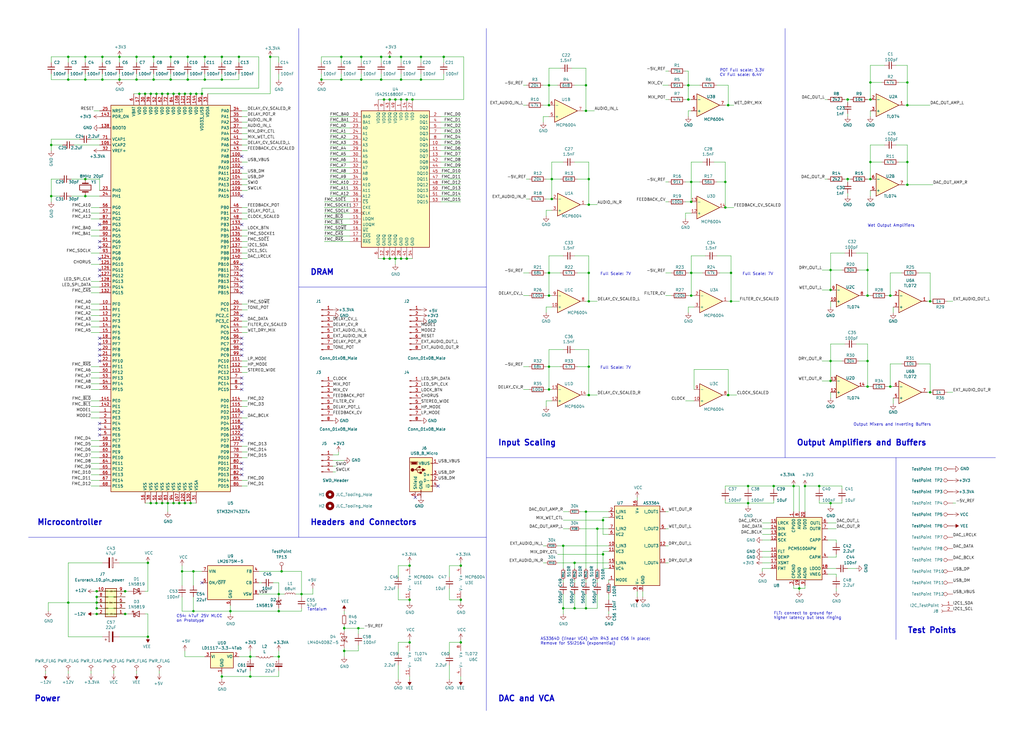
<source format=kicad_sch>
(kicad_sch (version 20230121) (generator eeschema)
  (paper "User" 457.2 330.2)
  (title_block (title "Retrospector v3") (rev "3") (company "Mountjoy Modular"))
  (junction (at 245.11 173.99))
  (junction (at 245.11 38.1))
  (junction (at 160.02 280.67))
  (junction (at 198.12 25.4))
  (junction (at 74.93 41.91))
  (junction (at 405.13 46.99))
  (junction (at 69.85 224.79))
  (junction (at 173.99 44.45))
  (junction (at 405.13 36.83))
  (junction (at 38.1 35.56))
  (junction (at 76.2 25.4))
  (junction (at 120.65 25.4))
  (junction (at 80.01 41.91))
  (junction (at 251.46 243.84))
  (junction (at 90.17 41.91))
  (junction (at 86.36 273.05))
  (junction (at 370.84 161.29))
  (junction (at 67.31 224.79))
  (junction (at 102.87 273.05))
  (junction (at 152.4 25.4))
  (junction (at 43.18 269.24))
  (junction (at 387.35 120.65))
  (junction (at 111.76 302.26))
  (junction (at 152.4 35.56))
  (junction (at 38.1 87.63))
  (junction (at 60.96 25.4))
  (junction (at 171.45 44.45))
  (junction (at 334.01 217.17))
  (junction (at 326.39 134.62))
  (junction (at 179.07 25.4))
  (junction (at 370.84 120.65))
  (junction (at 388.62 44.45))
  (junction (at 187.96 25.4))
  (junction (at 43.18 271.78))
  (junction (at 86.36 255.27))
  (junction (at 81.28 255.27))
  (junction (at 38.1 80.01))
  (junction (at 173.99 25.4))
  (junction (at 134.62 265.43))
  (junction (at 82.55 41.91))
  (junction (at 72.39 41.91))
  (junction (at 415.29 134.62))
  (junction (at 43.18 266.7))
  (junction (at 307.34 44.45))
  (junction (at 205.74 267.97))
  (junction (at 261.62 38.1))
  (junction (at 308.61 121.92))
  (junction (at 370.84 129.54))
  (junction (at 55.88 274.32))
  (junction (at 269.24 247.65))
  (junction (at 22.86 64.77))
  (junction (at 179.07 44.45))
  (junction (at 262.89 176.53))
  (junction (at 45.72 35.56))
  (junction (at 153.67 290.83))
  (junction (at 325.12 46.99))
  (junction (at 53.34 25.4))
  (junction (at 205.74 287.02))
  (junction (at 66.04 284.48))
  (junction (at 179.07 115.57))
  (junction (at 80.01 224.79))
  (junction (at 82.55 224.79))
  (junction (at 83.82 35.56))
  (junction (at 74.93 224.79))
  (junction (at 38.1 25.4))
  (junction (at 72.39 224.79))
  (junction (at 171.45 115.57))
  (junction (at 77.47 224.79))
  (junction (at 182.88 252.73))
  (junction (at 179.07 35.56))
  (junction (at 68.58 35.56))
  (junction (at 181.61 44.45))
  (junction (at 261.62 271.78))
  (junction (at 67.31 41.91))
  (junction (at 308.61 81.28))
  (junction (at 256.54 251.46))
  (junction (at 261.62 49.53))
  (junction (at 387.35 161.29))
  (junction (at 262.89 91.44))
  (junction (at 378.46 80.01))
  (junction (at 405.13 72.39))
  (junction (at 251.46 271.78))
  (junction (at 182.88 287.02))
  (junction (at 262.89 121.92))
  (junction (at 30.48 25.4))
  (junction (at 161.29 25.4))
  (junction (at 91.44 25.4))
  (junction (at 66.04 251.46))
  (junction (at 53.34 35.56))
  (junction (at 153.67 280.67))
  (junction (at 415.29 175.26))
  (junction (at -45.72 93.98))
  (junction (at 99.06 25.4))
  (junction (at 370.84 224.79))
  (junction (at 43.18 264.16))
  (junction (at 77.47 41.91))
  (junction (at 125.73 255.27))
  (junction (at 356.87 262.89))
  (junction (at 184.15 44.45))
  (junction (at 245.11 163.83))
  (junction (at 68.58 25.4))
  (junction (at 323.85 81.28))
  (junction (at 334.01 224.79))
  (junction (at 170.18 35.56))
  (junction (at 85.09 41.91))
  (junction (at 365.76 217.17))
  (junction (at 30.48 269.24))
  (junction (at 246.38 88.9))
  (junction (at 76.2 35.56))
  (junction (at 307.34 38.1))
  (junction (at 99.06 302.26))
  (junction (at 60.96 35.56))
  (junction (at 173.99 115.57))
  (junction (at 245.11 46.99))
  (junction (at 397.51 132.08))
  (junction (at 124.46 265.43))
  (junction (at 262.89 163.83))
  (junction (at 91.44 35.56))
  (junction (at 256.54 271.78))
  (junction (at 378.46 44.45))
  (junction (at 170.18 25.4))
  (junction (at 354.33 217.17))
  (junction (at 359.41 217.17))
  (junction (at 55.88 264.16))
  (junction (at 106.68 25.4))
  (junction (at 269.24 232.41))
  (junction (at 176.53 115.57))
  (junction (at 345.44 217.17))
  (junction (at 99.06 35.56))
  (junction (at 388.62 80.01))
  (junction (at 111.76 293.37))
  (junction (at 143.51 35.56))
  (junction (at 124.46 293.37))
  (junction (at 262.89 80.01))
  (junction (at 245.11 132.08))
  (junction (at 205.74 252.73))
  (junction (at 22.86 87.63))
  (junction (at 45.72 25.4))
  (junction (at 370.84 170.18))
  (junction (at 69.85 41.91))
  (junction (at 181.61 115.57))
  (junction (at 308.61 90.17))
  (junction (at 387.35 132.08))
  (junction (at 30.48 35.56))
  (junction (at 262.89 134.62))
  (junction (at 176.53 44.45))
  (junction (at 182.88 267.97))
  (junction (at -45.72 129.54))
  (junction (at 388.62 72.39))
  (junction (at 405.13 82.55))
  (junction (at 187.96 35.56))
  (junction (at 161.29 35.56))
  (junction (at 246.38 80.01))
  (junction (at 87.63 41.91))
  (junction (at 325.12 176.53))
  (junction (at 83.82 25.4))
  (junction (at 43.18 274.32))
  (junction (at 62.23 41.91))
  (junction (at 64.77 41.91))
  (junction (at 245.11 121.92))
  (junction (at 85.09 224.79))
  (junction (at 323.85 92.71))
  (junction (at 387.35 172.72))
  (junction (at 266.7 236.22))
  (junction (at 308.61 132.08))
  (junction (at 397.51 172.72))
  (junction (at 124.46 273.05))
  (junction (at 261.62 228.6))
  (junction (at 388.62 36.83))
  (junction (at 326.39 121.92))
  (no_connect (at 44.45 115.57))
  (no_connect (at 44.45 189.23))
  (no_connect (at 107.95 194.31))
  (no_connect (at 44.45 123.19))
  (no_connect (at 107.95 87.63))
  (no_connect (at 107.95 69.85))
  (no_connect (at 107.95 125.73))
  (no_connect (at 44.45 120.65))
  (no_connect (at 107.95 123.19))
  (no_connect (at 107.95 207.01))
  (no_connect (at 107.95 156.21))
  (no_connect (at 107.95 118.11))
  (no_connect (at 90.17 260.35))
  (no_connect (at 107.95 168.91))
  (no_connect (at 107.95 158.75))
  (no_connect (at 107.95 120.65))
  (no_connect (at 107.95 184.15))
  (no_connect (at 44.45 194.31))
  (no_connect (at 44.45 161.29))
  (no_connect (at 107.95 196.85))
  (no_connect (at 44.45 110.49))
  (no_connect (at 195.58 217.17))
  (no_connect (at 44.45 158.75))
  (no_connect (at 107.95 128.27))
  (no_connect (at 185.42 222.25))
  (no_connect (at 107.95 140.97))
  (no_connect (at 44.45 107.95))
  (no_connect (at 44.45 156.21))
  (no_connect (at 107.95 212.09))
  (no_connect (at 107.95 130.81))
  (no_connect (at 107.95 74.93))
  (no_connect (at 107.95 191.77))
  (no_connect (at 107.95 153.67))
  (no_connect (at 107.95 173.99))
  (no_connect (at 44.45 153.67))
  (no_connect (at 107.95 171.45))
  (no_connect (at 44.45 100.33))
  (no_connect (at 107.95 151.13))
  (no_connect (at 44.45 151.13))
  (no_connect (at 107.95 100.33))
  (no_connect (at 107.95 209.55))
  (no_connect (at 44.45 191.77))
  (no_connect (at 107.95 189.23))
  (wire (pts (xy 81.28 255.27) (xy 86.36 255.27)))
  (wire (pts (xy 40.64 125.73) (xy 44.45 125.73)))
  (wire (pts (xy 22.86 35.56) (xy 22.86 33.02)))
  (wire (pts (xy 334.01 224.79) (xy 345.44 224.79)))
  (wire (pts (xy 233.68 46.99) (xy 234.95 46.99)))
  (wire (pts (xy 110.49 95.25) (xy 107.95 95.25)))
  (wire (pts (xy 86.36 255.27) (xy 86.36 261.62)))
  (wire (pts (xy 245.11 121.92) (xy 245.11 132.08)))
  (wire (pts (xy 259.08 228.6) (xy 261.62 228.6)))
  (wire (pts (xy 256.54 265.43) (xy 256.54 271.78)))
  (wire (pts (xy 21.59 269.24) (xy 30.48 269.24)))
  (wire (pts (xy 44.45 85.09) (xy 44.45 80.01)))
  (wire (pts (xy 205.74 82.55) (xy 196.85 82.55)))
  (wire (pts (xy 53.34 35.56) (xy 60.96 35.56)))
  (wire (pts (xy 378.46 80.01) (xy 379.73 80.01)))
  (polyline (pts (xy 12.7 240.03) (xy 217.17 240.03)))
  (wire (pts (xy 370.84 134.62) (xy 370.84 137.16)))
  (wire (pts (xy 377.19 113.03) (xy 370.84 113.03)))
  (wire (pts (xy 83.82 27.94) (xy 83.82 25.4)))
  (wire (pts (xy 38.1 25.4) (xy 45.72 25.4)))
  (wire (pts (xy 262.89 156.21) (xy 262.89 163.83)))
  (wire (pts (xy 297.18 31.75) (xy 298.45 31.75)))
  (wire (pts (xy 234.95 80.01) (xy 236.22 80.01)))
  (wire (pts (xy 176.53 118.11) (xy 176.53 115.57)))
  (polyline (pts (xy 217.17 12.7) (xy 217.17 317.5)))
  (wire (pts (xy 405.13 46.99) (xy 415.29 46.99)))
  (wire (pts (xy 200.66 287.02) (xy 205.74 287.02)))
  (wire (pts (xy 356.87 262.89) (xy 356.87 264.16)))
  (wire (pts (xy 124.46 265.43) (xy 127 265.43)))
  (wire (pts (xy 143.51 27.94) (xy 143.51 25.4)))
  (wire (pts (xy 251.46 274.32) (xy 251.46 271.78)))
  (wire (pts (xy 44.45 186.69) (xy 40.64 186.69)))
  (wire (pts (xy 90.17 41.91) (xy 90.17 39.37)))
  (wire (pts (xy 44.45 168.91) (xy 40.64 168.91)))
  (wire (pts (xy 271.78 238.76) (xy 269.24 238.76)))
  (wire (pts (xy 387.35 120.65) (xy 383.54 120.65)))
  (wire (pts (xy 251.46 156.21) (xy 245.11 156.21)))
  (wire (pts (xy 43.18 264.16) (xy 55.88 264.16)))
  (wire (pts (xy 397.51 162.56) (xy 402.59 162.56)))
  (wire (pts (xy 370.84 153.67) (xy 370.84 161.29)))
  (wire (pts (xy 356.87 217.17) (xy 356.87 228.6)))
  (wire (pts (xy 242.57 251.46) (xy 243.84 251.46)))
  (wire (pts (xy 321.31 121.92) (xy 326.39 121.92)))
  (wire (pts (xy 414.02 175.26) (xy 415.29 175.26)))
  (wire (pts (xy 82.55 41.91) (xy 85.09 41.91)))
  (wire (pts (xy 378.46 86.36) (xy 378.46 87.63)))
  (wire (pts (xy 40.64 128.27) (xy 44.45 128.27)))
  (wire (pts (xy 250.19 30.48) (xy 245.11 30.48)))
  (wire (pts (xy 242.57 243.84) (xy 243.84 243.84)))
  (wire (pts (xy 370.84 113.03) (xy 370.84 120.65)))
  (wire (pts (xy 60.96 25.4) (xy 68.58 25.4)))
  (wire (pts (xy 177.8 297.18) (xy 177.8 303.53)))
  (wire (pts (xy 266.7 236.22) (xy 271.78 236.22)))
  (wire (pts (xy 307.34 121.92) (xy 308.61 121.92)))
  (wire (pts (xy 340.36 251.46) (xy 344.17 251.46)))
  (wire (pts (xy 261.62 176.53) (xy 262.89 176.53)))
  (wire (pts (xy -43.18 162.56) (xy -38.1 162.56)))
  (wire (pts (xy 373.38 247.65) (xy 373.38 248.92)))
  (wire (pts (xy -43.18 151.13) (xy -38.1 151.13)))
  (wire (pts (xy 198.12 35.56) (xy 198.12 33.02)))
  (wire (pts (xy 161.29 27.94) (xy 161.29 25.4)))
  (wire (pts (xy 179.07 44.45) (xy 176.53 44.45)))
  (wire (pts (xy 398.78 137.16) (xy 398.78 139.7)))
  (wire (pts (xy 405.13 72.39) (xy 401.32 72.39)))
  (wire (pts (xy 400.05 29.21) (xy 405.13 29.21)))
  (wire (pts (xy 110.49 59.69) (xy 107.95 59.69)))
  (wire (pts (xy 110.49 146.05) (xy 107.95 146.05)))
  (wire (pts (xy 40.64 212.09) (xy 44.45 212.09)))
  (wire (pts (xy 205.74 57.15) (xy 196.85 57.15)))
  (wire (pts (xy 388.62 64.77) (xy 388.62 72.39)))
  (wire (pts (xy 177.8 257.81) (xy 177.8 252.73)))
  (wire (pts (xy 251.46 254) (xy 251.46 243.84)))
  (wire (pts (xy 271.78 259.08) (xy 271.78 260.35)))
  (wire (pts (xy 41.91 264.16) (xy 43.18 264.16)))
  (wire (pts (xy 271.78 265.43) (xy 271.78 267.97)))
  (wire (pts (xy 369.57 256.54) (xy 373.38 256.54)))
  (wire (pts (xy 320.04 38.1) (xy 325.12 38.1)))
  (wire (pts (xy 250.19 121.92) (xy 245.11 121.92)))
  (wire (pts (xy 243.84 93.98) (xy 243.84 96.52)))
  (wire (pts (xy 40.64 299.72) (xy 40.64 300.99)))
  (wire (pts (xy 256.54 72.39) (xy 262.89 72.39)))
  (wire (pts (xy 152.4 35.56) (xy 161.29 35.56)))
  (wire (pts (xy 266.7 176.53) (xy 262.89 176.53)))
  (polyline (pts (xy 217.17 204.47) (xy 444.5 204.47)))
  (wire (pts (xy 121.92 260.35) (xy 124.46 260.35)))
  (wire (pts (xy 378.46 44.45) (xy 379.73 44.45)))
  (wire (pts (xy 160.02 280.67) (xy 153.67 280.67)))
  (wire (pts (xy 115.57 39.37) (xy 115.57 25.4)))
  (wire (pts (xy 251.46 236.22) (xy 254 236.22)))
  (wire (pts (xy 207.01 25.4) (xy 207.01 44.45)))
  (wire (pts (xy 91.44 27.94) (xy 91.44 25.4)))
  (wire (pts (xy 370.84 226.06) (xy 370.84 224.79)))
  (wire (pts (xy 284.48 264.16) (xy 284.48 266.7)))
  (wire (pts (xy 144.78 102.87) (xy 156.21 102.87)))
  (wire (pts (xy 387.35 132.08) (xy 388.62 132.08)))
  (wire (pts (xy 269.24 232.41) (xy 251.46 232.41)))
  (wire (pts (xy 44.45 143.51) (xy 40.64 143.51)))
  (wire (pts (xy 161.29 35.56) (xy 170.18 35.56)))
  (wire (pts (xy 325.12 176.53) (xy 325.12 165.1)))
  (wire (pts (xy 81.28 252.73) (xy 81.28 255.27)))
  (wire (pts (xy 107.95 85.09) (xy 110.49 85.09)))
  (wire (pts (xy 233.68 121.92) (xy 236.22 121.92)))
  (wire (pts (xy 44.45 184.15) (xy 40.64 184.15)))
  (wire (pts (xy 359.41 262.89) (xy 356.87 262.89)))
  (wire (pts (xy 64.77 224.79) (xy 67.31 224.79)))
  (wire (pts (xy 345.44 218.44) (xy 345.44 217.17)))
  (wire (pts (xy 99.06 302.26) (xy 99.06 303.53)))
  (wire (pts (xy 250.19 80.01) (xy 246.38 80.01)))
  (wire (pts (xy 82.55 293.37) (xy 91.44 293.37)))
  (wire (pts (xy 38.1 33.02) (xy 38.1 35.56)))
  (wire (pts (xy 81.28 266.7) (xy 81.28 273.05)))
  (wire (pts (xy 107.95 163.83) (xy 110.49 163.83)))
  (wire (pts (xy 179.07 33.02) (xy 179.07 35.56)))
  (wire (pts (xy -48.26 129.54) (xy -45.72 129.54)))
  (wire (pts (xy 205.74 72.39) (xy 196.85 72.39)))
  (wire (pts (xy 132.08 265.43) (xy 134.62 265.43)))
  (wire (pts (xy 110.49 107.95) (xy 107.95 107.95)))
  (wire (pts (xy 205.74 80.01) (xy 196.85 80.01)))
  (wire (pts (xy 111.76 293.37) (xy 114.3 293.37)))
  (wire (pts (xy 405.13 72.39) (xy 405.13 82.55)))
  (wire (pts (xy 250.19 163.83) (xy 245.11 163.83)))
  (wire (pts (xy 312.42 81.28) (xy 308.61 81.28)))
  (wire (pts (xy 367.03 129.54) (xy 370.84 129.54)))
  (wire (pts (xy 177.8 267.97) (xy 182.88 267.97)))
  (wire (pts (xy 387.35 44.45) (xy 388.62 44.45)))
  (wire (pts (xy 74.93 224.79) (xy 77.47 224.79)))
  (wire (pts (xy 40.64 207.01) (xy 44.45 207.01)))
  (wire (pts (xy 110.49 92.71) (xy 107.95 92.71)))
  (wire (pts (xy 102.87 273.05) (xy 124.46 273.05)))
  (wire (pts (xy 156.21 80.01) (xy 147.32 80.01)))
  (wire (pts (xy 120.65 25.4) (xy 120.65 41.91)))
  (wire (pts (xy 269.24 246.38) (xy 271.78 246.38)))
  (wire (pts (xy 148.59 205.74) (xy 153.67 205.74)))
  (wire (pts (xy 115.57 265.43) (xy 124.46 265.43)))
  (wire (pts (xy 397.51 172.72) (xy 397.51 162.56)))
  (wire (pts (xy 365.76 224.79) (xy 370.84 224.79)))
  (wire (pts (xy 160.02 290.83) (xy 160.02 288.29)))
  (wire (pts (xy 173.99 115.57) (xy 176.53 115.57)))
  (wire (pts (xy 156.21 82.55) (xy 147.32 82.55)))
  (wire (pts (xy 45.72 284.48) (xy 30.48 284.48)))
  (wire (pts (xy 308.61 95.25) (xy 306.07 95.25)))
  (wire (pts (xy 359.41 261.62) (xy 359.41 262.89)))
  (wire (pts (xy 251.46 114.3) (xy 245.11 114.3)))
  (wire (pts (xy 81.28 273.05) (xy 86.36 273.05)))
  (wire (pts (xy 64.77 274.32) (xy 66.04 274.32)))
  (wire (pts (xy 55.88 266.7) (xy 43.18 266.7)))
  (wire (pts (xy 387.35 113.03) (xy 387.35 120.65)))
  (wire (pts (xy 248.92 251.46) (xy 256.54 251.46)))
  (wire (pts (xy 205.74 74.93) (xy 196.85 74.93)))
  (wire (pts (xy 200.66 262.89) (xy 200.66 267.97)))
  (wire (pts (xy 397.51 132.08) (xy 398.78 132.08)))
  (wire (pts (xy 370.84 120.65) (xy 370.84 129.54)))
  (wire (pts (xy 262.89 114.3) (xy 262.89 121.92)))
  (wire (pts (xy 177.8 287.02) (xy 182.88 287.02)))
  (wire (pts (xy 261.62 30.48) (xy 261.62 38.1)))
  (wire (pts (xy 261.62 265.43) (xy 261.62 271.78)))
  (wire (pts (xy 86.36 255.27) (xy 90.17 255.27)))
  (wire (pts (xy 45.72 251.46) (xy 30.48 251.46)))
  (wire (pts (xy 182.88 285.75) (xy 182.88 287.02)))
  (wire (pts (xy 246.38 179.07) (xy 243.84 179.07)))
  (wire (pts (xy 373.38 256.54) (xy 373.38 257.81)))
  (wire (pts (xy 179.07 27.94) (xy 179.07 25.4)))
  (wire (pts (xy 323.85 218.44) (xy 323.85 217.17)))
  (wire (pts (xy 306.07 81.28) (xy 308.61 81.28)))
  (wire (pts (xy 181.61 44.45) (xy 179.07 44.45)))
  (wire (pts (xy 80.01 41.91) (xy 82.55 41.91)))
  (wire (pts (xy 205.74 69.85) (xy 196.85 69.85)))
  (wire (pts (xy 30.48 284.48) (xy 30.48 269.24)))
  (wire (pts (xy 243.84 163.83) (xy 245.11 163.83)))
  (wire (pts (xy 60.96 35.56) (xy 68.58 35.56)))
  (wire (pts (xy 205.74 52.07) (xy 196.85 52.07)))
  (wire (pts (xy 156.21 74.93) (xy 147.32 74.93)))
  (wire (pts (xy 115.57 25.4) (xy 106.68 25.4)))
  (wire (pts (xy 87.63 41.91) (xy 90.17 41.91)))
  (wire (pts (xy 271.78 231.14) (xy 269.24 231.14)))
  (wire (pts (xy 99.06 33.02) (xy 99.06 35.56)))
  (wire (pts (xy 74.93 41.91) (xy 77.47 41.91)))
  (wire (pts (xy 187.96 25.4) (xy 198.12 25.4)))
  (wire (pts (xy 323.85 224.79) (xy 334.01 224.79)))
  (wire (pts (xy 30.48 299.72) (xy 30.48 300.99)))
  (wire (pts (xy 375.92 223.52) (xy 375.92 224.79)))
  (wire (pts (xy 187.96 35.56) (xy 198.12 35.56)))
  (wire (pts (xy 156.21 85.09) (xy 147.32 85.09)))
  (wire (pts (xy 256.54 114.3) (xy 262.89 114.3)))
  (wire (pts (xy 382.27 153.67) (xy 387.35 153.67)))
  (wire (pts (xy 386.08 172.72) (xy 387.35 172.72)))
  (wire (pts (xy 156.21 87.63) (xy 147.32 87.63)))
  (wire (pts (xy 297.18 132.08) (xy 299.72 132.08)))
  (wire (pts (xy 387.35 80.01) (xy 388.62 80.01)))
  (wire (pts (xy 90.17 39.37) (xy 115.57 39.37)))
  (wire (pts (xy 287.02 264.16) (xy 287.02 266.7)))
  (wire (pts (xy 369.57 248.92) (xy 373.38 248.92)))
  (wire (pts (xy 152.4 25.4) (xy 161.29 25.4)))
  (wire (pts (xy 425.45 224.79) (xy 426.72 224.79)))
  (wire (pts (xy 205.74 67.31) (xy 196.85 67.31)))
  (wire (pts (xy 378.46 45.72) (xy 378.46 44.45)))
  (wire (pts (xy 156.21 107.95) (xy 144.78 107.95)))
  (wire (pts (xy 359.41 217.17) (xy 359.41 228.6)))
  (wire (pts (xy 85.09 41.91) (xy 87.63 41.91)))
  (wire (pts (xy 30.48 269.24) (xy 43.18 269.24)))
  (wire (pts (xy 243.84 121.92) (xy 245.11 121.92)))
  (wire (pts (xy 91.44 33.02) (xy 91.44 35.56)))
  (wire (pts (xy 307.34 137.16) (xy 307.34 139.7)))
  (wire (pts (xy 60.96 299.72) (xy 60.96 300.99)))
  (wire (pts (xy 320.04 81.28) (xy 323.85 81.28)))
  (wire (pts (xy 124.46 271.78) (xy 124.46 273.05)))
  (wire (pts (xy 144.78 90.17) (xy 156.21 90.17)))
  (wire (pts (xy 297.18 236.22) (xy 298.45 236.22)))
  (wire (pts (xy 40.64 214.63) (xy 44.45 214.63)))
  (wire (pts (xy 245.11 38.1) (xy 245.11 46.99)))
  (wire (pts (xy 110.49 49.53) (xy 107.95 49.53)))
  (wire (pts (xy 248.92 38.1) (xy 245.11 38.1)))
  (wire (pts (xy 375.92 120.65) (xy 370.84 120.65)))
  (wire (pts (xy 144.78 92.71) (xy 156.21 92.71)))
  (wire (pts (xy 325.12 46.99) (xy 323.85 46.99)))
  (wire (pts (xy 200.66 267.97) (xy 205.74 267.97)))
  (wire (pts (xy 308.61 72.39) (xy 308.61 81.28)))
  (wire (pts (xy 68.58 33.02) (xy 68.58 35.56)))
  (wire (pts (xy 388.62 49.53) (xy 388.62 52.07)))
  (wire (pts (xy 107.95 143.51) (xy 110.49 143.51)))
  (wire (pts (xy 170.18 35.56) (xy 179.07 35.56)))
  (wire (pts (xy 307.34 31.75) (xy 307.34 38.1)))
  (wire (pts (xy 148.59 208.28) (xy 149.86 208.28)))
  (wire (pts (xy 251.46 243.84) (xy 271.78 243.84)))
  (wire (pts (xy 266.7 134.62) (xy 262.89 134.62)))
  (wire (pts (xy 30.48 35.56) (xy 38.1 35.56)))
  (wire (pts (xy 369.57 241.3) (xy 373.38 241.3)))
  (polyline (pts (xy 400.05 285.75) (xy 400.05 204.47)))
  (wire (pts (xy 375.92 161.29) (xy 370.84 161.29)))
  (wire (pts (xy 297.18 228.6) (xy 298.45 228.6)))
  (wire (pts (xy 110.49 77.47) (xy 107.95 77.47)))
  (wire (pts (xy 80.01 224.79) (xy 82.55 224.79)))
  (wire (pts (xy 205.74 64.77) (xy 196.85 64.77)))
  (wire (pts (xy 306.07 179.07) (xy 309.88 179.07)))
  (wire (pts (xy 261.62 38.1) (xy 261.62 49.53)))
  (wire (pts (xy 110.49 214.63) (xy 107.95 214.63)))
  (wire (pts (xy 265.43 49.53) (xy 261.62 49.53)))
  (wire (pts (xy 345.44 223.52) (xy 345.44 224.79)))
  (wire (pts (xy 388.62 36.83) (xy 388.62 44.45)))
  (wire (pts (xy 44.45 181.61) (xy 40.64 181.61)))
  (wire (pts (xy 396.24 132.08) (xy 397.51 132.08)))
  (wire (pts (xy 260.35 49.53) (xy 261.62 49.53)))
  (wire (pts (xy 124.46 273.05) (xy 134.62 273.05)))
  (wire (pts (xy 43.18 274.32) (xy 55.88 274.32)))
  (wire (pts (xy 234.95 88.9) (xy 236.22 88.9)))
  (wire (pts (xy 179.07 115.57) (xy 181.61 115.57)))
  (wire (pts (xy 400.05 64.77) (xy 405.13 64.77)))
  (wire (pts (xy 143.51 35.56) (xy 143.51 33.02)))
  (wire (pts (xy 387.35 132.08) (xy 387.35 120.65)))
  (wire (pts (xy 367.03 120.65) (xy 370.84 120.65)))
  (wire (pts (xy 55.88 271.78) (xy 43.18 271.78)))
  (wire (pts (xy 365.76 217.17) (xy 375.92 217.17)))
  (wire (pts (xy 187.96 35.56) (xy 187.96 33.02)))
  (wire (pts (xy 40.64 118.11) (xy 44.45 118.11)))
  (wire (pts (xy 370.84 224.79) (xy 375.92 224.79)))
  (wire (pts (xy 124.46 25.4) (xy 120.65 25.4)))
  (wire (pts (xy 110.49 72.39) (xy 107.95 72.39)))
  (wire (pts (xy 330.2 134.62) (xy 326.39 134.62)))
  (wire (pts (xy 405.13 36.83) (xy 405.13 46.99)))
  (wire (pts (xy 153.67 289.56) (xy 153.67 290.83)))
  (wire (pts (xy 370.84 175.26) (xy 370.84 177.8)))
  (wire (pts (xy 22.86 25.4) (xy 30.48 25.4)))
  (wire (pts (xy 156.21 100.33) (xy 144.78 100.33)))
  (wire (pts (xy 370.84 161.29) (xy 370.84 170.18)))
  (wire (pts (xy 176.53 115.57) (xy 179.07 115.57)))
  (wire (pts (xy 245.11 30.48) (xy 245.11 38.1)))
  (wire (pts (xy 325.12 46.99) (xy 327.66 46.99)))
  (wire (pts (xy 393.7 36.83) (xy 388.62 36.83)))
  (wire (pts (xy 256.54 38.1) (xy 261.62 38.1)))
  (wire (pts (xy 44.45 64.77) (xy 33.02 64.77)))
  (wire (pts (xy 396.24 172.72) (xy 397.51 172.72)))
  (wire (pts (xy 115.57 260.35) (xy 116.84 260.35)))
  (wire (pts (xy 177.8 252.73) (xy 182.88 252.73)))
  (wire (pts (xy 151.13 203.2) (xy 151.13 201.93)))
  (wire (pts (xy 403.86 46.99) (xy 405.13 46.99)))
  (wire (pts (xy 340.36 238.76) (xy 344.17 238.76)))
  (wire (pts (xy 134.62 265.43) (xy 134.62 266.7)))
  (wire (pts (xy 107.95 113.03) (xy 110.49 113.03)))
  (wire (pts (xy 314.96 114.3) (xy 308.61 114.3)))
  (wire (pts (xy 124.46 294.64) (xy 124.46 293.37)))
  (wire (pts (xy 375.92 218.44) (xy 375.92 217.17)))
  (wire (pts (xy 38.1 27.94) (xy 38.1 25.4)))
  (wire (pts (xy 110.49 201.93) (xy 107.95 201.93)))
  (wire (pts (xy 359.41 217.17) (xy 365.76 217.17)))
  (wire (pts (xy 205.74 90.17) (xy 196.85 90.17)))
  (wire (pts (xy 184.15 44.45) (xy 181.61 44.45)))
  (wire (pts (xy 107.95 82.55) (xy 110.49 82.55)))
  (wire (pts (xy 111.76 290.83) (xy 111.76 293.37)))
  (wire (pts (xy 45.72 27.94) (xy 45.72 25.4)))
  (wire (pts (xy 257.81 163.83) (xy 262.89 163.83)))
  (wire (pts (xy 251.46 72.39) (xy 246.38 72.39)))
  (wire (pts (xy 415.29 121.92) (xy 415.29 134.62)))
  (wire (pts (xy 422.91 175.26) (xy 425.45 175.26)))
  (wire (pts (xy 309.88 137.16) (xy 307.34 137.16)))
  (wire (pts (xy 387.35 153.67) (xy 387.35 161.29)))
  (wire (pts (xy 30.48 35.56) (xy 30.48 33.02)))
  (wire (pts (xy 373.38 262.89) (xy 373.38 264.16)))
  (wire (pts (xy 107.95 102.87) (xy 110.49 102.87)))
  (wire (pts (xy 31.75 87.63) (xy 38.1 87.63)))
  (wire (pts (xy 76.2 35.56) (xy 83.82 35.56)))
  (wire (pts (xy 107.95 166.37) (xy 110.49 166.37)))
  (wire (pts (xy 44.45 130.81) (xy 40.64 130.81)))
  (wire (pts (xy 309.88 165.1) (xy 309.88 173.99)))
  (wire (pts (xy 170.18 27.94) (xy 170.18 25.4)))
  (wire (pts (xy 55.88 264.16) (xy 57.15 264.16)))
  (wire (pts (xy 382.27 113.03) (xy 387.35 113.03)))
  (wire (pts (xy 66.04 251.46) (xy 53.34 251.46)))
  (wire (pts (xy 147.32 57.15) (xy 156.21 57.15)))
  (wire (pts (xy 308.61 121.92) (xy 308.61 132.08)))
  (wire (pts (xy 134.62 265.43) (xy 134.62 255.27)))
  (wire (pts (xy 148.59 203.2) (xy 151.13 203.2)))
  (wire (pts (xy 144.78 95.25) (xy 156.21 95.25)))
  (wire (pts (xy 205.74 62.23) (xy 196.85 62.23)))
  (wire (pts (xy 307.34 44.45) (xy 308.61 44.45)))
  (wire (pts (xy 369.57 236.22) (xy 373.38 236.22)))
  (wire (pts (xy 313.69 72.39) (xy 308.61 72.39)))
  (wire (pts (xy 40.64 113.03) (xy 44.45 113.03)))
  (wire (pts (xy 153.67 290.83) (xy 160.02 290.83)))
  (wire (pts (xy 106.68 33.02) (xy 106.68 35.56)))
  (wire (pts (xy 340.36 254) (xy 340.36 255.27)))
  (wire (pts (xy -45.72 93.98) (xy -43.18 93.98)))
  (wire (pts (xy 60.96 35.56) (xy 60.96 33.02)))
  (wire (pts (xy 139.7 262.89) (xy 139.7 265.43)))
  (wire (pts (xy 50.8 299.72) (xy 50.8 300.99)))
  (wire (pts (xy 83.82 35.56) (xy 83.82 33.02)))
  (wire (pts (xy 44.45 80.01) (xy 38.1 80.01)))
  (wire (pts (xy 261.62 271.78) (xy 266.7 271.78)))
  (wire (pts (xy 69.85 224.79) (xy 72.39 224.79)))
  (wire (pts (xy 64.77 41.91) (xy 67.31 41.91)))
  (wire (pts (xy 153.67 279.4) (xy 153.67 280.67)))
  (wire (pts (xy 266.7 91.44) (xy 262.89 91.44)))
  (wire (pts (xy 60.96 27.94) (xy 60.96 25.4)))
  (wire (pts (xy 368.3 80.01) (xy 369.57 80.01)))
  (wire (pts (xy 369.57 233.68) (xy 373.38 233.68)))
  (wire (pts (xy 334.01 217.17) (xy 345.44 217.17)))
  (wire (pts (xy 205.74 267.97) (xy 205.74 269.24)))
  (wire (pts (xy 205.74 87.63) (xy 196.85 87.63)))
  (wire (pts (xy 271.78 254) (xy 269.24 254)))
  (wire (pts (xy 378.46 50.8) (xy 378.46 52.07)))
  (wire (pts (xy 313.69 121.92) (xy 308.61 121.92)))
  (wire (pts (xy 179.07 35.56) (xy 187.96 35.56)))
  (wire (pts (xy 340.36 236.22) (xy 344.17 236.22)))
  (wire (pts (xy 76.2 25.4) (xy 83.82 25.4)))
  (wire (pts (xy 85.09 224.79) (xy 87.63 224.79)))
  (wire (pts (xy 111.76 293.37) (xy 111.76 294.64)))
  (wire (pts (xy 284.48 222.25) (xy 284.48 223.52)))
  (wire (pts (xy 179.07 25.4) (xy 173.99 25.4)))
  (wire (pts (xy 328.93 176.53) (xy 325.12 176.53)))
  (wire (pts (xy 110.49 204.47) (xy 107.95 204.47)))
  (wire (pts (xy 334.01 224.79) (xy 334.01 226.06)))
  (wire (pts (xy 306.07 44.45) (xy 307.34 44.45)))
  (wire (pts (xy 394.97 29.21) (xy 388.62 29.21)))
  (wire (pts (xy 262.89 121.92) (xy 262.89 134.62)))
  (wire (pts (xy 393.7 72.39) (xy 388.62 72.39)))
  (wire (pts (xy 134.62 273.05) (xy 134.62 271.78)))
  (wire (pts (xy 102.87 274.32) (xy 102.87 273.05)))
  (wire (pts (xy 55.88 269.24) (xy 43.18 269.24)))
  (wire (pts (xy 251.46 259.08) (xy 251.46 260.35)))
  (wire (pts (xy 354.33 261.62) (xy 354.33 262.89)))
  (wire (pts (xy 367.03 170.18) (xy 370.84 170.18)))
  (wire (pts (xy 243.84 173.99) (xy 245.11 173.99)))
  (wire (pts (xy 251.46 271.78) (xy 256.54 271.78)))
  (wire (pts (xy 326.39 114.3) (xy 326.39 121.92)))
  (wire (pts (xy 44.45 138.43) (xy 40.64 138.43)))
  (wire (pts (xy 74.93 224.79) (xy 74.93 228.6)))
  (wire (pts (xy 245.11 163.83) (xy 245.11 173.99)))
  (wire (pts (xy 40.64 102.87) (xy 44.45 102.87)))
  (wire (pts (xy 266.7 259.08) (xy 266.7 260.35)))
  (wire (pts (xy 110.49 57.15) (xy 107.95 57.15)))
  (wire (pts (xy 256.54 254) (xy 256.54 251.46)))
  (wire (pts (xy 386.08 132.08) (xy 387.35 132.08)))
  (wire (pts (xy -45.72 129.54) (xy -43.18 129.54)))
  (wire (pts (xy 44.45 171.45) (xy 40.64 171.45)))
  (wire (pts (xy 307.34 38.1) (xy 312.42 38.1)))
  (wire (pts (xy 308.61 81.28) (xy 308.61 90.17)))
  (wire (pts (xy 110.49 199.39) (xy 107.95 199.39)))
  (wire (pts (xy 21.59 273.05) (xy 21.59 269.24)))
  (wire (pts (xy 251.46 265.43) (xy 251.46 271.78)))
  (wire (pts (xy 143.51 25.4) (xy 152.4 25.4)))
  (wire (pts (xy 53.34 33.02) (xy 53.34 35.56)))
  (wire (pts (xy 306.07 38.1) (xy 307.34 38.1)))
  (wire (pts (xy 62.23 41.91) (xy 64.77 41.91)))
  (wire (pts (xy 45.72 35.56) (xy 53.34 35.56)))
  (wire (pts (xy 76.2 25.4) (xy 76.2 27.94)))
  (wire (pts (xy 99.06 302.26) (xy 111.76 302.26)))
  (wire (pts (xy 26.67 80.01) (xy 22.86 80.01)))
  (wire (pts (xy 405.13 36.83) (xy 401.32 36.83)))
  (wire (pts (xy 99.06 35.56) (xy 106.68 35.56)))
  (wire (pts (xy 110.49 148.59) (xy 107.95 148.59)))
  (wire (pts (xy 334.01 223.52) (xy 334.01 224.79)))
  (wire (pts (xy 160.02 283.21) (xy 160.02 280.67)))
  (wire (pts (xy -43.18 165.1) (xy -38.1 165.1)))
  (wire (pts (xy 205.74 85.09) (xy 196.85 85.09)))
  (wire (pts (xy 422.91 134.62) (xy 425.45 134.62)))
  (wire (pts (xy 53.34 27.94) (xy 53.34 25.4)))
  (wire (pts (xy 170.18 33.02) (xy 170.18 35.56)))
  (wire (pts (xy 124.46 290.83) (xy 124.46 293.37)))
  (wire (pts (xy 147.32 54.61) (xy 156.21 54.61)))
  (wire (pts (xy 325.12 38.1) (xy 325.12 46.99)))
  (wire (pts (xy 243.84 179.07) (xy 243.84 181.61)))
  (wire (pts (xy 81.28 255.27) (xy 81.28 261.62)))
  (wire (pts (xy 44.45 163.83) (xy 40.64 163.83)))
  (wire (pts (xy 153.67 280.67) (xy 153.67 281.94)))
  (wire (pts (xy 86.36 273.05) (xy 102.87 273.05)))
  (wire (pts (xy 256.54 251.46) (xy 271.78 251.46)))
  (wire (pts (xy 134.62 255.27) (xy 125.73 255.27)))
  (wire (pts (xy 110.49 52.07) (xy 107.95 52.07)))
  (wire (pts (xy 76.2 33.02) (xy 76.2 35.56)))
  (wire (pts (xy 388.62 85.09) (xy 388.62 87.63)))
  (wire (pts (xy 125.73 255.27) (xy 115.57 255.27)))
  (wire (pts (xy 44.45 97.79) (xy 40.64 97.79)))
  (wire (pts (xy 107.95 67.31) (xy 110.49 67.31)))
  (wire (pts (xy 44.45 62.23) (xy 40.64 62.23)))
  (wire (pts (xy 77.47 41.91) (xy 80.01 41.91)))
  (wire (pts (xy 161.29 33.02) (xy 161.29 35.56)))
  (wire (pts (xy 30.48 27.94) (xy 30.48 25.4)))
  (wire (pts (xy 387.35 161.29) (xy 383.54 161.29)))
  (wire (pts (xy 22.86 80.01) (xy 22.86 87.63)))
  (wire (pts (xy 340.36 246.38) (xy 344.17 246.38)))
  (wire (pts (xy 44.45 148.59) (xy 40.64 148.59)))
  (wire (pts (xy 40.64 217.17) (xy 44.45 217.17)))
  (wire (pts (xy 243.84 80.01) (xy 246.38 80.01)))
  (wire (pts (xy 124.46 260.35) (xy 124.46 265.43)))
  (wire (pts (xy 243.84 132.08) (xy 245.11 132.08)))
  (wire (pts (xy 171.45 115.57) (xy 173.99 115.57)))
  (wire (pts (xy 377.19 153.67) (xy 370.84 153.67)))
  (wire (pts (xy 107.95 115.57) (xy 110.49 115.57)))
  (wire (pts (xy 182.88 302.26) (xy 182.88 303.53)))
  (wire (pts (xy 256.54 271.78) (xy 261.62 271.78)))
  (wire (pts (xy 171.45 44.45) (xy 168.91 44.45)))
  (wire (pts (xy 309.88 165.1) (xy 325.12 165.1)))
  (wire (pts (xy 64.77 264.16) (xy 66.04 264.16)))
  (wire (pts (xy 306.07 95.25) (xy 306.07 97.79)))
  (wire (pts (xy 68.58 35.56) (xy 76.2 35.56)))
  (wire (pts (xy -45.72 129.54) (xy -45.72 132.08)))
  (wire (pts (xy 261.62 134.62) (xy 262.89 134.62)))
  (wire (pts (xy 297.18 90.17) (xy 298.45 90.17)))
  (wire (pts (xy 245.11 156.21) (xy 245.11 163.83)))
  (wire (pts (xy 173.99 44.45) (xy 171.45 44.45)))
  (wire (pts (xy 38.1 35.56) (xy 45.72 35.56)))
  (wire (pts (xy 110.49 179.07) (xy 107.95 179.07)))
  (wire (pts (xy 388.62 29.21) (xy 388.62 36.83)))
  (wire (pts (xy 55.88 274.32) (xy 57.15 274.32)))
  (wire (pts (xy 107.95 110.49) (xy 110.49 110.49)))
  (wire (pts (xy -43.18 160.02) (xy -38.1 160.02)))
  (wire (pts (xy 388.62 72.39) (xy 388.62 80.01)))
  (wire (pts (xy 325.12 134.62) (xy 326.39 134.62)))
  (wire (pts (xy 45.72 33.02) (xy 45.72 35.56)))
  (wire (pts (xy 71.12 300.99) (xy 71.12 299.72)))
  (wire (pts (xy 269.24 246.38) (xy 269.24 247.65)))
  (wire (pts (xy 111.76 299.72) (xy 111.76 302.26)))
  (wire (pts (xy 91.44 35.56) (xy 99.06 35.56)))
  (wire (pts (xy 44.45 140.97) (xy 40.64 140.97)))
  (wire (pts (xy 323.85 81.28) (xy 323.85 92.71)))
  (wire (pts (xy 340.36 248.92) (xy 344.17 248.92)))
  (wire (pts (xy 82.55 224.79) (xy 85.09 224.79)))
  (wire (pts (xy 298.45 44.45) (xy 297.18 44.45)))
  (wire (pts (xy -43.18 153.67) (xy -29.21 153.67)))
  (wire (pts (xy 77.47 224.79) (xy 80.01 224.79)))
  (wire (pts (xy 156.21 105.41) (xy 144.78 105.41)))
  (wire (pts (xy 297.18 251.46) (xy 298.45 251.46)))
  (wire (pts (xy 92.71 41.91) (xy 120.65 41.91)))
  (wire (pts (xy 200.66 257.81) (xy 200.66 252.73)))
  (wire (pts (xy 257.81 121.92) (xy 262.89 121.92)))
  (wire (pts (xy 410.21 121.92) (xy 415.29 121.92)))
  (wire (pts (xy 110.49 62.23) (xy 107.95 62.23)))
  (wire (pts (xy 156.21 77.47) (xy 147.32 77.47)))
  (wire (pts (xy 153.67 273.05) (xy 153.67 274.32)))
  (wire (pts (xy -43.18 167.64) (xy -38.1 167.64)))
  (wire (pts (xy 320.04 114.3) (xy 326.39 114.3)))
  (wire (pts (xy 91.44 25.4) (xy 99.06 25.4)))
  (wire (pts (xy 307.34 132.08) (xy 308.61 132.08)))
  (wire (pts (xy 177.8 262.89) (xy 177.8 267.97)))
  (wire (pts (xy 256.54 156.21) (xy 262.89 156.21)))
  (wire (pts (xy 156.21 72.39) (xy 147.32 72.39)))
  (wire (pts (xy 107.95 186.69) (xy 110.49 186.69)))
  (wire (pts (xy 40.64 135.89) (xy 44.45 135.89)))
  (wire (pts (xy 205.74 285.75) (xy 205.74 287.02)))
  (wire (pts (xy 106.68 25.4) (xy 99.06 25.4)))
  (wire (pts (xy 110.49 54.61) (xy 107.95 54.61)))
  (wire (pts (xy 356.87 261.62) (xy 356.87 262.89)))
  (wire (pts (xy 246.38 93.98) (xy 243.84 93.98)))
  (wire (pts (xy 397.51 121.92) (xy 402.59 121.92)))
  (wire (pts (xy 340.36 233.68) (xy 344.17 233.68)))
  (wire (pts (xy 377.19 80.01) (xy 378.46 80.01)))
  (wire (pts (xy 326.39 121.92) (xy 326.39 134.62)))
  (wire (pts (xy 394.97 64.77) (xy 388.62 64.77)))
  (wire (pts (xy 110.49 80.01) (xy 107.95 80.01)))
  (wire (pts (xy 207.01 44.45) (xy 184.15 44.45)))
  (wire (pts (xy 40.64 196.85) (xy 44.45 196.85)))
  (wire (pts (xy 405.13 29.21) (xy 405.13 36.83)))
  (wire (pts (xy 405.13 64.77) (xy 405.13 72.39)))
  (wire (pts (xy 134.62 265.43) (xy 139.7 265.43)))
  (wire (pts (xy 262.89 80.01) (xy 262.89 91.44)))
  (wire (pts (xy 403.86 82.55) (xy 405.13 82.55)))
  (wire (pts (xy -43.18 157.48) (xy -38.1 157.48)))
  (wire (pts (xy 110.49 181.61) (xy 107.95 181.61)))
  (wire (pts (xy 69.85 41.91) (xy 72.39 41.91)))
  (wire (pts (xy 43.18 266.7) (xy 43.18 269.24)))
  (wire (pts (xy 367.03 161.29) (xy 370.84 161.29)))
  (wire (pts (xy 246.38 137.16) (xy 243.84 137.16)))
  (wire (pts (xy 369.57 254) (xy 373.38 254)))
  (wire (pts (xy 261.62 254) (xy 261.62 228.6)))
  (wire (pts (xy 248.92 243.84) (xy 251.46 243.84)))
  (wire (pts (xy 414.02 134.62) (xy 415.29 134.62)))
  (wire (pts (xy 43.18 269.24) (xy 43.18 271.78)))
  (wire (pts (xy 397.51 132.08) (xy 397.51 121.92)))
  (wire (pts (xy 156.21 67.31) (xy 147.32 67.31)))
  (wire (pts (xy 179.07 25.4) (xy 187.96 25.4)))
  (wire (pts (xy 102.87 270.51) (xy 102.87 273.05)))
  (wire (pts (xy 72.39 41.91) (xy 74.93 41.91)))
  (wire (pts (xy 318.77 72.39) (xy 323.85 72.39)))
  (wire (pts (xy 257.81 80.01) (xy 262.89 80.01)))
  (wire (pts (xy 387.35 172.72) (xy 387.35 161.29)))
  (wire (pts (xy 59.69 41.91) (xy 62.23 41.91)))
  (wire (pts (xy 233.68 163.83) (xy 236.22 163.83)))
  (wire (pts (xy 398.78 177.8) (xy 398.78 180.34)))
  (wire (pts (xy 106.68 293.37) (xy 111.76 293.37)))
  (wire (pts (xy 162.56 280.67) (xy 160.02 280.67)))
  (wire (pts (xy 66.04 264.16) (xy 66.04 251.46)))
  (wire (pts (xy 40.64 209.55) (xy 44.45 209.55)))
  (wire (pts (xy 177.8 292.1) (xy 177.8 287.02)))
  (wire (pts (xy 200.66 252.73) (xy 205.74 252.73)))
  (wire (pts (xy 243.84 88.9) (xy 246.38 88.9)))
  (wire (pts (xy 82.55 290.83) (xy 82.55 293.37)))
  (wire (pts (xy 156.21 69.85) (xy 147.32 69.85)))
  (wire (pts (xy 261.62 259.08) (xy 261.62 260.35)))
  (wire (pts (xy 405.13 82.55) (xy 416.56 82.55)))
  (wire (pts (xy 86.36 266.7) (xy 86.36 273.05)))
  (wire (pts (xy 124.46 299.72) (xy 124.46 302.26)))
  (wire (pts (xy 152.4 27.94) (xy 152.4 25.4)))
  (wire (pts (xy 124.46 27.94) (xy 124.46 25.4)))
  (wire (pts (xy 344.17 254) (xy 340.36 254)))
  (wire (pts (xy 30.48 25.4) (xy 38.1 25.4)))
  (wire (pts (xy 40.64 204.47) (xy 44.45 204.47)))
  (wire (pts (xy 44.45 173.99) (xy 40.64 173.99)))
  (wire (pts (xy 22.86 87.63) (xy 22.86 90.17)))
  (wire (pts (xy -43.18 172.72) (xy -38.1 172.72)))
  (wire (pts (xy 68.58 25.4) (xy 76.2 25.4)))
  (wire (pts (xy 245.11 114.3) (xy 245.11 121.92)))
  (wire (pts (xy 266.7 265.43) (xy 266.7 271.78)))
  (wire (pts (xy 354.33 217.17) (xy 354.33 228.6)))
  (wire (pts (xy 271.78 273.05) (xy 271.78 274.32)))
  (wire (pts (xy 245.11 173.99) (xy 246.38 173.99)))
  (wire (pts (xy 308.61 114.3) (xy 308.61 121.92)))
  (wire (pts (xy 38.1 87.63) (xy 44.45 87.63)))
  (wire (pts (xy 259.08 236.22) (xy 266.7 236.22)))
  (wire (pts (xy 83.82 25.4) (xy 91.44 25.4)))
  (wire (pts (xy 306.07 90.17) (xy 308.61 90.17)))
  (wire (pts (xy 298.45 38.1) (xy 295.91 38.1)))
  (wire (pts (xy 99.06 300.99) (xy 99.06 302.26)))
  (wire (pts (xy 22.86 87.63) (xy 26.67 87.63)))
  (wire (pts (xy 297.18 81.28) (xy 298.45 81.28)))
  (wire (pts (xy 308.61 132.08) (xy 309.88 132.08)))
  (wire (pts (xy 365.76 218.44) (xy 365.76 217.17)))
  (wire (pts (xy 377.19 44.45) (xy 378.46 44.45)))
  (wire (pts (xy 297.18 121.92) (xy 299.72 121.92)))
  (wire (pts (xy 124.46 265.43) (xy 124.46 266.7)))
  (wire (pts (xy 242.57 38.1) (xy 245.11 38.1)))
  (wire (pts (xy 161.29 25.4) (xy 170.18 25.4)))
  (wire (pts (xy 149.86 210.82) (xy 148.59 210.82)))
  (wire (pts (xy 168.91 115.57) (xy 171.45 115.57)))
  (wire (pts (xy 269.24 247.65) (xy 248.92 247.65)))
  (wire (pts (xy 30.48 251.46) (xy 30.48 269.24)))
  (wire (pts (xy 269.24 231.14) (xy 269.24 232.41)))
  (wire (pts (xy 152.4 35.56) (xy 152.4 33.02)))
  (wire (pts (xy 22.86 62.23) (xy 35.56 62.23)))
  (wire (pts (xy 307.34 44.45) (xy 307.34 38.1)))
  (wire (pts (xy 245.11 132.08) (xy 246.38 132.08)))
  (wire (pts (xy 20.32 299.72) (xy 20.32 300.99)))
  (wire (pts (xy 242.57 46.99) (xy 245.11 46.99)))
  (wire (pts (xy 262.89 163.83) (xy 262.89 176.53)))
  (wire (pts (xy 198.12 25.4) (xy 207.01 25.4)))
  (wire (pts (xy 176.53 44.45) (xy 173.99 44.45)))
  (wire (pts (xy 269.24 247.65) (xy 269.24 254)))
  (wire (pts (xy 124.46 293.37) (xy 121.92 293.37)))
  (wire (pts (xy 387.35 172.72) (xy 388.62 172.72)))
  (polyline (pts (xy 350.52 12.7) (xy 350.52 204.47)))
  (wire (pts (xy -48.26 93.98) (xy -45.72 93.98)))
  (wire (pts (xy 245.11 52.07) (xy 242.57 52.07)))
  (wire (pts (xy 200.66 292.1) (xy 200.66 287.02)))
  (wire (pts (xy 256.54 259.08) (xy 256.54 260.35)))
  (wire (pts (xy 27.94 64.77) (xy 22.86 64.77)))
  (wire (pts (xy 156.21 59.69) (xy 147.32 59.69)))
  (wire (pts (xy 306.07 31.75) (xy 307.34 31.75)))
  (wire (pts (xy 110.49 135.89) (xy 107.95 135.89)))
  (wire (pts (xy 297.18 243.84) (xy 298.45 243.84)))
  (wire (pts (xy 156.21 97.79) (xy 144.78 97.79)))
  (wire (pts (xy 45.72 25.4) (xy 53.34 25.4)))
  (wire (pts (xy 251.46 228.6) (xy 254 228.6)))
  (wire (pts (xy 83.82 35.56) (xy 91.44 35.56)))
  (wire (pts (xy 44.45 179.07) (xy 40.64 179.07)))
  (wire (pts (xy 205.74 59.69) (xy 196.85 59.69)))
  (wire (pts (xy 22.86 27.94) (xy 22.86 25.4)))
  (wire (pts (xy 205.74 302.26) (xy 205.74 303.53)))
  (wire (pts (xy 41.91 274.32) (xy 43.18 274.32)))
  (wire (pts (xy 68.58 27.94) (xy 68.58 25.4)))
  (wire (pts (xy 22.86 67.31) (xy 22.86 64.77)))
  (wire (pts (xy 110.49 64.77) (xy 107.95 64.77)))
  (wire (pts (xy 66.04 274.32) (xy 66.04 284.48)))
  (wire (pts (xy 198.12 27.94) (xy 198.12 25.4)))
  (wire (pts (xy 156.21 62.23) (xy 147.32 62.23)))
  (wire (pts (xy -43.18 170.18) (xy -38.1 170.18)))
  (wire (pts (xy 233.68 173.99) (xy 236.22 173.99)))
  (wire (pts (xy 261.62 228.6) (xy 271.78 228.6)))
  (wire (pts (xy 266.7 254) (xy 266.7 236.22)))
  (wire (pts (xy 205.74 251.46) (xy 205.74 252.73)))
  (wire (pts (xy 373.38 241.3) (xy 373.38 242.57)))
  (wire (pts (xy 345.44 217.17) (xy 354.33 217.17)))
  (wire (pts (xy 261.62 91.44) (xy 262.89 91.44)))
  (wire (pts (xy 72.39 224.79) (xy 74.93 224.79)))
  (wire (pts (xy 243.84 137.16) (xy 243.84 139.7)))
  (wire (pts (xy 200.66 297.18) (xy 200.66 303.53)))
  (wire (pts (xy 307.34 52.07) (xy 307.34 49.53)))
  (polyline (pts (xy 133.35 240.03) (xy 133.35 12.7)))
  (wire (pts (xy 340.36 241.3) (xy 344.17 241.3)))
  (wire (pts (xy 170.18 25.4) (xy 173.99 25.4)))
  (wire (pts (xy 378.46 81.28) (xy 378.46 80.01)))
  (wire (pts (xy 153.67 290.83) (xy 153.67 293.37)))
  (wire (pts (xy 354.33 262.89) (xy 356.87 262.89)))
  (wire (pts (xy 323.85 223.52) (xy 323.85 224.79)))
  (wire (pts (xy 40.64 199.39) (xy 44.45 199.39)))
  (wire (pts (xy -45.72 93.98) (xy -45.72 91.44)))
  (wire (pts (xy 107.95 138.43) (xy 110.49 138.43)))
  (wire (pts (xy 181.61 115.57) (xy 184.15 115.57)))
  (wire (pts (xy 323.85 72.39) (xy 323.85 81.28)))
  (wire (pts (xy 44.45 95.25) (xy 40.64 95.25)))
  (wire (pts (xy 67.31 224.79) (xy 69.85 224.79)))
  (wire (pts (xy 53.34 25.4) (xy 60.96 25.4)))
  (wire (pts (xy 246.38 72.39) (xy 246.38 80.01)))
  (wire (pts (xy 66.04 284.48) (xy 53.34 284.48)))
  (wire (pts (xy 410.21 162.56) (xy 415.29 162.56)))
  (wire (pts (xy 182.88 267.97) (xy 182.88 269.24)))
  (wire (pts (xy 307.34 49.53) (xy 308.61 49.53)))
  (wire (pts (xy 110.49 105.41) (xy 107.95 105.41)))
  (wire (pts (xy 269.24 232.41) (xy 269.24 238.76)))
  (wire (pts (xy 356.87 217.17) (xy 354.33 217.17)))
  (wire (pts (xy 106.68 27.94) (xy 106.68 25.4)))
  (wire (pts (xy 22.86 64.77) (xy 22.86 62.23)))
  (wire (pts (xy 110.49 97.79) (xy 107.95 97.79)))
  (wire (pts (xy 233.68 132.08) (xy 236.22 132.08)))
  (wire (pts (xy 323.85 217.17) (xy 334.01 217.17)))
  (wire (pts (xy 40.64 201.93) (xy 44.45 201.93)))
  (wire (pts (xy 262.89 72.39) (xy 262.89 80.01)))
  (wire (pts (xy 31.75 80.01) (xy 38.1 80.01)))
  (wire (pts (xy 327.66 92.71) (xy 323.85 92.71)))
  (wire (pts (xy 255.27 30.48) (xy 261.62 30.48)))
  (wire (pts (xy 124.46 302.26) (xy 111.76 302.26)))
  (wire (pts (xy 246.38 80.01) (xy 246.38 88.9)))
  (wire (pts (xy 368.3 44.45) (xy 369.57 44.45)))
  (wire (pts (xy 156.21 64.77) (xy 147.32 64.77)))
  (wire (pts (xy 44.45 166.37) (xy 40.64 166.37)))
  (wire (pts (xy 99.06 27.94) (xy 99.06 25.4)))
  (wire (pts (xy 44.45 92.71) (xy 40.64 92.71)))
  (wire (pts (xy 233.68 38.1) (xy 234.95 38.1)))
  (wire (pts (xy 110.49 217.17) (xy 107.95 217.17)))
  (wire (pts (xy 378.46 254) (xy 382.27 254)))
  (wire (pts (xy 40.64 105.41) (xy 44.45 105.41)))
  (wire (pts (xy 365.76 223.52) (xy 365.76 224.79)))
  (wire (pts (xy 41.91 49.53) (xy 44.45 49.53)))
  (wire (pts (xy 147.32 52.07) (xy 156.21 52.07)))
  (wire (pts (xy 205.74 54.61) (xy 196.85 54.61)))
  (wire (pts (xy 107.95 161.29) (xy 110.49 161.29)))
  (wire (pts (xy 415.29 162.56) (xy 415.29 175.26)))
  (wire (pts (xy 397.51 172.72) (xy 398.78 172.72)))
  (wire (pts (xy 187.96 27.94) (xy 187.96 25.4)))
  (wire (pts (xy 67.31 41.91) (xy 69.85 41.91)))
  (wire (pts (xy 182.88 251.46) (xy 182.88 252.73)))
  (wire (pts (xy 143.51 35.56) (xy 152.4 35.56)))
  (wire (pts (xy 22.86 35.56) (xy 30.48 35.56)))
  (wire (pts (xy 124.46 33.02) (xy 124.46 35.56)))
  (wire (pts (xy 334.01 218.44) (xy 334.01 217.17)))
  (wire (pts (xy 205.74 77.47) (xy 196.85 77.47)))
  (polyline (pts (xy 217.17 128.27) (xy 133.35 128.27)))
  (wire (pts (xy -43.18 148.59) (xy -38.1 148.59)))
  (wire (pts (xy 242.57 52.07) (xy 242.57 54.61)))
  (wire (pts (xy 44.45 146.05) (xy 40.64 146.05)))
  (text "Input Scaling" (at 222.25 199.39 0) (effects (font (size 2.54 2.54) (thickness 0.508) bold) (justify left bottom)))
  (text "Output Amplifiers and Buffers" (at 355.6 199.39 0) (effects (font (size 2.54 2.54) (thickness 0.508) bold) (justify left bottom)))
  (text "DAC and VCA" (at 222.25 313.69 0) (effects (font (size 2.54 2.54) (thickness 0.508) bold) (justify left bottom)))
  (text "POT Full scale: 3.3V \nCV Full scale: 6.4V" (at 321.31 34.29 0) (effects (font (size 1.27 1.27)) (justify left bottom)))
  (text "FLT: connect to ground for \nhigher latency but less ringing" (at 345.44 276.86 0) (effects (font (size 1.27 1.27)) (justify left bottom)))
  (text "Full Scale: 7V" (at 331.47 123.19 0) (effects (font (size 1.27 1.27)) (justify left bottom)))
  (text "Power" (at 15.24 313.69 0) (effects (font (size 2.54 2.54) (thickness 0.508) bold) (justify left bottom)))
  (text "C54: 47uF 25V MLCC\non Prototype\n" (at 78.74 278.13 0) (effects (font (size 1.27 1.27)) (justify left bottom)))
  (text "DRAM" (at 138.43 123.19 0) (effects (font (size 2.54 2.54) (thickness 0.508) bold) (justify left bottom)))
  (text "Headers and Connectors" (at 138.43 234.95 0) (effects (font (size 2.54 2.54) (thickness 0.508) bold) (justify left bottom)))
  (text "Output Mixers and Inverting Buffers" (at 381 190.5 0) (effects (font (size 1.27 1.27)) (justify left bottom)))
  (text "Wet Output Amplifiers" (at 387.35 101.6 0) (effects (font (size 1.27 1.27)) (justify left bottom)))
  (text "Microcontroller" (at 16.51 234.95 0) (effects (font (size 2.54 2.54) (thickness 0.508) bold) (justify left bottom)))
  (text "Tantalum" (at 137.16 273.05 0) (effects (font (size 1.27 1.27)) (justify left bottom)))
  (text "Full Scale: 7V" (at 267.97 123.19 0) (effects (font (size 1.27 1.27)) (justify left bottom)))
  (text "Full Scale: 7V" (at 267.97 165.1 0) (effects (font (size 1.27 1.27)) (justify left bottom)))
  (text "Test Points" (at 405.13 283.21 0) (effects (font (size 2.54 2.54) (thickness 0.508) bold) (justify left bottom)))
  (text "AS3364D (linear VCA) with R43 and C56 in place;\nRemove for SSI2164 (exponential)" (at 241.3 288.29 0) (effects (font (size 1.27 1.27)) (justify left bottom)))
  (label "FMC_D0" (at 110.49 214.63 0))
  (label "FMC_A12" (at 40.64 97.79 180))
  (label "FMC_D12" (at 40.64 217.17 180))
  (label "FEEDBACK_POT" (at 110.49 92.71 0))
  (label "OCTOSPIM_P2_IO3" (at -43.18 165.1 180))
  (label "OCTOSPIM_P2_IO4" (at -43.18 167.64 180))
  (label "DELAY_POT_R" (at 110.49 52.07 0))
  (label "FEEDBACK_CV" (at 297.18 90.17 180))
  (label "FMC_SD~{E1}" (at 144.78 90.17 0))
  (label "FMC_A5" (at -38.1 151.13 0))
  (label "DAC_DATA" (at 340.36 236.22 180))
  (label "FMC_A7" (at 40.64 168.91 180))
  (label "FMC_D11" (at 40.64 214.63 180))
  (label "AUDIO_IN_R" (at 266.7 91.44 0))
  (label "FMC_A4" (at 147.32 67.31 0))
  (label "SWCLK" (at 110.49 85.09 0))
  (label "FEEDBACK_POT" (at 148.59 177.8 0))
  (label "DAC_OUT_AMP_R" (at 251.46 228.6 180))
  (label "MODE1" (at 40.64 184.15 180))
  (label "I2C1_SDA" (at 425.45 270.51 0))
  (label "OCTOSPIM_P2_IO6" (at -43.18 172.72 180))
  (label "FMC_BA1" (at 40.64 105.41 180))
  (label "FMC_D14" (at 205.74 87.63 180))
  (label "HP_MODE" (at 110.49 163.83 0))
  (label "FMC_D15" (at 110.49 204.47 0))
  (label "FMC_BA1" (at 147.32 54.61 0))
  (label "WET_DRY_MIX" (at 110.49 148.59 0))
  (label "DAC_OUT_AMP_L" (at 251.46 236.22 180))
  (label "FMC_~{BL1}" (at 40.64 181.61 180))
  (label "EXT_AUDIO_IN_R" (at 242.57 251.46 180))
  (label "DAC_OUT_R" (at 368.3 80.01 180))
  (label "USB_VBUS" (at 425.45 265.43 0))
  (label "AUDIO_IN_L" (at 110.49 57.15 0))
  (label "WET_OUT_L" (at 298.45 236.22 0))
  (label "FMC_A6" (at 147.32 72.39 0))
  (label "FMC_A11" (at 40.64 95.25 180))
  (label "LOCK_BTN" (at 187.96 175.26 0))
  (label "DAC_OUT_AMP_R" (at 416.56 82.55 0))
  (label "EXT_AUDIO_OUT_L" (at 187.96 153.67 0))
  (label "FMC_BA0" (at 40.64 102.87 180))
  (label "DELAY_CV_SCALED_L" (at 266.7 134.62 0))
  (label "DRY_OUT_L" (at 367.03 120.65 180))
  (label "MIX_CV" (at 148.59 175.26 0))
  (label "CLOCK_SCALED" (at 110.49 97.79 0))
  (label "FMC_SDCLK" (at 40.64 113.03 180))
  (label "DAC_LRCLK" (at 110.49 115.57 0))
  (label "CLOCK" (at 306.07 179.07 180))
  (label "FMC_D13" (at 205.74 85.09 180))
  (label "FEEDBACK_CV" (at 148.59 185.42 0))
  (label "FMC_~{RAS}" (at 40.64 163.83 180))
  (label "DAC_BCLK" (at 425.45 250.19 0))
  (label "MIX_WET_CTL" (at 251.46 232.41 180))
  (label "SWIO" (at 110.49 82.55 0))
  (label "FMC_SD~{WE}" (at 144.78 102.87 0))
  (label "FMC_SD~{WE}" (at 110.49 135.89 0))
  (label "MIX_WET_CTL" (at 110.49 62.23 0))
  (label "USB_DM" (at 110.49 77.47 0))
  (label "FILTER_CV_SCALED" (at 110.49 146.05 0))
  (label "FMC_SDCKE1" (at 110.49 105.41 0))
  (label "FMC_A0" (at -38.1 157.48 0))
  (label "RESET" (at 41.91 49.53 180))
  (label "DAC_BCLK" (at 110.49 186.69 0))
  (label "OCTOSPIM_P2_DQS" (at -43.18 153.67 180))
  (label "FMC_~{CAS}" (at -29.21 153.67 0))
  (label "FMC_A2" (at 147.32 62.23 0))
  (label "MIX_POT" (at 297.18 44.45 180))
  (label "-5V_REF" (at 233.68 38.1 180))
  (label "OCTOSPIM_P2_IO7" (at -43.18 175.26 180))
  (label "AUDIO_IN_R" (at 110.49 54.61 0))
  (label "FMC_D9" (at 40.64 209.55 180))
  (label "SWCLK" (at 149.86 210.82 0))
  (label "MODE2" (at 187.96 148.59 0))
  (label "-5V_REF" (at 162.56 280.67 0))
  (label "I2C1_SCL" (at 425.45 273.05 0))
  (label "TONE_POT" (at 110.49 138.43 0))
  (label "FMC_D0" (at 205.74 52.07 180))
  (label "FMC_A10" (at -38.1 167.64 0))
  (label "FMC_A9" (at 40.64 173.99 180))
  (label "LED_SPI_DATA" (at 187.96 170.18 0))
  (label "FEEDBACK_CV_SCALED" (at 110.49 67.31 0))
  (label "FMC_D4" (at 40.64 196.85 180))
  (label "MODE1" (at 187.96 146.05 0))
  (label "DELAY_CV_SCALED_R" (at 110.49 49.53 0))
  (label "FMC_~{BL0}" (at 40.64 179.07 180))
  (label "TONE_POT" (at 148.59 156.21 0))
  (label "FMC_D3" (at 110.49 181.61 0))
  (label "CHORUS" (at 187.96 177.8 0))
  (label "FMC_D9" (at 205.74 74.93 180))
  (label "FMC_A11" (at 147.32 85.09 0))
  (label "FMC_D8" (at 205.74 72.39 180))
  (label "FMC_A6" (at 40.64 166.37 180))
  (label "FMC_SDCLK" (at 144.78 95.25 0))
  (label "I2C1_SCL" (at 110.49 113.03 0))
  (label "EXT_AUDIO_IN_R" (at 148.59 151.13 0))
  (label "FMC_D1" (at 110.49 217.17 0))
  (label "MIX_POT" (at 148.59 172.72 0))
  (label "LOCK_BTN" (at 110.49 102.87 0))
  (label "FMC_D14" (at 110.49 201.93 0))
  (label "-5V_REF" (at 233.68 163.83 180))
  (label "FILTER_CV" (at 297.18 132.08 180))
  (label "DAC_LRCLK" (at 340.36 233.68 180))
  (label "EXT_AUDIO_IN_R" (at 234.95 88.9 180))
  (label "USB_DP" (at 110.49 80.01 0))
  (label "FMC_D5" (at 40.64 199.39 180))
  (label "DAC_OUT_L" (at 373.38 233.68 0))
  (label "FMC_D11" (at 205.74 80.01 180))
  (label "FMC_D12" (at 205.74 82.55 180))
  (label "EXT_AUDIO_IN_L" (at 233.68 46.99 180))
  (label "OCTOSPIM_P2_IO5" (at -43.18 170.18 180))
  (label "EXT_AUDIO_IN_L" (at 148.59 148.59 0))
  (label "FMC_A6" (at -38.1 153.67 0))
  (label "FMC_A10" (at 147.32 82.55 0))
  (label "OCTOSPIM_P2_CLK" (at -43.18 148.59 180))
  (label "DELAY_CV_SCALED_R" (at 266.7 176.53 0))
  (label "FMC_D5" (at 205.74 64.77 180))
  (label "FMC_A7" (at 147.32 74.93 0))
  (label "FMC_D2" (at 205.74 57.15 180))
  (label "DRY_OUT_R" (at 367.03 161.29 180))
  (label "FMC_D7" (at 205.74 69.85 180))
  (label "DELAY_CV_R" (at 148.59 146.05 0))
  (label "LP_MODE" (at 110.49 161.29 0))
  (label "MIX_DRY_CTL" (at 248.92 247.65 180))
  (label "-5V_REF" (at 297.18 31.75 180))
  (label "WET_OUT_L" (at 367.03 129.54 180))
  (label "FMC_~{BL1}" (at 144.78 100.33 0))
  (label "DAC_LRCLK" (at 425.45 240.03 0))
  (label "MIX_CV" (at 295.91 38.1 180))
  (label "FMC_A9" (at 147.32 80.01 0))
  (label "FMC_~{BL0}" (at 144.78 97.79 0))
  (label "FMC_D7" (at 40.64 204.47 180))
  (label "FMC_A1" (at 147.32 59.69 0))
  (label "DRY_OUT_L" (at 298.45 243.84 0))
  (label "FMC_BA0" (at 147.32 52.07 0))
  (label "FMC_A10" (at 40.64 92.71 180))
  (label "WET_OUT_R" (at 367.03 170.18 180))
  (label "FMC_A3" (at 147.32 64.77 0))
  (label "HP_MODE" (at 187.96 182.88 0))
  (label "DAC_DATA" (at 425.45 245.11 0))
  (label "CLOCK" (at 148.59 170.18 0))
  (label "USB_DM" (at 195.58 214.63 0))
  (label "SWIO" (at 149.86 208.28 0))
  (label "LED_SPI_CLK" (at 187.96 172.72 0))
  (label "-5V_REF" (at 234.95 80.01 180))
  (label "I2C1_SDA" (at 110.49 110.49 0))
  (label "USB_VBUS" (at 195.58 207.01 0))
  (label "FMC_~{CAS}" (at 40.64 130.81 180))
  (label "FMC_A2" (at -38.1 162.56 0))
  (label "CHORUS" (at 40.64 118.11 180))
  (label "FEEDBACK_CV_SCALED" (at 327.66 92.71 0))
  (label "FMC_A11" (at -38.1 170.18 0))
  (label "WET_DRY_MIX" (at 327.66 46.99 0))
  (label "FMC_A5" (at 40.64 148.59 180))
  (label "STEREO_WIDE" (at 110.49 166.37 0))
  (label "USB_DP" (at 425.45 255.27 0))
  (label "DELAY_CV_R" (at 233.68 173.99 180))
  (label "FMC_SDCKE1" (at 144.78 92.71 0))
  (label "FMC_D6" (at 205.74 67.31 180))
  (label "FMC_D13" (at 110.49 199.39 0))
  (label "EXT_AUDIO_OUT_R" (at 187.96 156.21 0))
  (label "-5V_REF" (at 233.68 121.92 180))
  (label "FMC_D1" (at 205.74 54.61 180))
  (label "DAC_DATA" (at 110.49 143.51 0))
  (label "DELAY_POT_R" (at 148.59 153.67 0))
  (label "FMC_A12" (at 147.32 87.63 0))
  (label "OCTOSPIM_P2_NCS" (at -43.18 146.05 180))
  (label "CLOCK_SCALED" (at 328.93 176.53 0))
  (label "FMC_D8" (at 40.64 207.01 180))
  (label "FMC_SD~{E1}" (at 110.49 107.95 0))
  (label "DRY_OUT_R" (at 298.45 251.46 0))
  (label "DELAY_POT_L" (at 148.59 182.88 0))
  (label "FMC_A0" (at 40.64 135.89 180))
  (label "LP_MODE" (at 187.96 185.42 0))
  (label "WET_OUT_R" (at 298.45 228.6 0))
  (label "FMC_A4" (at 40.64 146.05 180))
  (label "USB_VBUS" (at 110.49 72.39 0))
  (label "USB_DM" (at 425.45 260.35 0))
  (label "FMC_A3" (at -38.1 165.1 0))
  (label "MODE2" (at 40.64 186.69 180))
  (label "EXT_AUDIO_IN_L" (at 242.57 243.84 180))
  (label "FMC_A5" (at 147.32 69.85 0))
  (label "USB_DP" (at 195.58 212.09 0))
  (label "-5V_REF" (at 297.18 81.28 180))
  (label "DELAY_CV_SCALED_L" (at 110.49 64.77 0))
  (label "FMC_~{RAS}" (at 144.78 107.95 0))
  (label "-5V_REF" (at 426.72 224.79 0))
  (label "FMC_A8" (at 147.32 77.47 0))
  (label "FMC_~{CAS}" (at 144.78 105.41 0))
  (label "FMC_D3" (at 205.74 59.69 180))
  (label "FMC_D15" (at 205.74 90.17 180))
  (label "FMC_A1" (at 40.64 138.43 180))
  (label "FMC_A3" (at 40.64 143.51 180))
  (label "FMC_D10" (at 205.74 77.47 180))
  (label "FILTER_CV" (at 148.59 180.34 0))
  (label "DAC_OUT_AMP_L" (at 415.29 46.99 0))
  (label "DELAY_CV_L" (at 233.68 132.08 180))
  (label "RESET" (at 187.96 151.13 0))
  (label "FMC_A4" (at -38.1 148.59 0))
  (label "DAC_OUT_L" (at 368.3 44.45 180))
  (label "EXT_AUDIO_OUT_L" (at 425.45 134.62 0))
  (label "OCTOSPIM_P2_IO0" (at -43.18 157.48 180))
  (label "FMC_A8" (at 40.64 171.45 180))
  (label "DELAY_POT_L" (at 110.49 95.25 0))
  (label "FMC_D6" (at 40.64 201.93 180))
  (label "FMC_D2" (at 110.49 179.07 0))
  (label "OCTOSPIM_P2_IO1" (at -43.18 160.02 180))
  (label "OCTOSPIM_P2_NCLK" (at -43.18 151.13 180))
  (label "FMC_A12" (at -38.1 172.72 0))
  (label "OCTOSPIM_P2_IO2" (at -43.18 162.56 180))
  (label "LED_SPI_CLK" (at 40.64 125.73 180))
  (label "STEREO_WIDE" (at 187.96 180.34 0))
  (label "FMC_A2" (at 40.64 140.97 180))
  (label "DELAY_CV_L" (at 148.59 143.51 0))
  (label "FMC_A0" (at 147.32 57.15 0))
  (label "EXT_AUDIO_OUT_R" (at 425.45 175.26 0))
  (label "DAC_OUT_R" (at 373.38 236.22 0))
  (label "FMC_D4" (at 205.74 62.23 180))
  (label "-5V_REF" (at 297.18 121.92 180))
  (label "AUDIO_IN_L" (at 265.43 49.53 0))
  (label "FMC_D10" (at 40.64 212.09 180))
  (label "FMC_A1" (at -38.1 160.02 0))
  (label "MIX_DRY_CTL" (at 110.49 59.69 0))
  (label "FILTER_CV_SCALED" (at 330.2 134.62 0))
  (label "VSW" (at 115.57 265.43 0))
  (label "DAC_BCLK" (at 340.36 238.76 180))
  (label "LED_SPI_DATA" (at 40.64 128.27 180))
  (symbol (lib_id "Retrospector_Components-rescue:Conn_01x04_Male-Connector") (at 143.51 205.74 0) (unit 1)
    (property "Reference" "J5" (at 144.78 198.12 0))
    (property "Value" "SWD_Header" (at 149.86 214.63 0))
    (property "Footprint" "Custom_Footprints:SWD_header" (effects hide))
  )
  (symbol (lib_id "Retrospector_Components-rescue:+3.3V-power") (at 151.13 201.93 0) (unit 1)
    (property "Reference" "#PWR035" (effects hide))
    (property "Value" "+3.3V" (at 148.59 198.12 0) (effects (justify left)))
  )
  (symbol (lib_id "power:GND") (at 153.67 205.74 90) (unit 1)
    (property "Reference" "#PWR036" (effects hide))
    (property "Value" "GND" (at 156.9212 205.613 90) (effects (justify right)))
  )
  (symbol (lib_id "Amplifier_Operational:MCP6004") (at 254 134.62 0) (mirror x) (unit 3)
    (property "Reference" "U1" (at 254 129.54 0))
    (property "Value" "MCP6004" (at 257.81 139.7 0))
    (property "Footprint" "SMD_Packages:SOIC-14_N" (effects hide))
    (property "Datasheet" "http://ww1.microchip.com/downloads/en/DeviceDoc/21733j.pdf" (effects hide))
    (property "Part_Number" "C116668" (effects hide))
  )
  (symbol (lib_id "Reference_Voltage:LM4040DBZ-10") (at 153.67 285.75 270) (unit 1)
    (property "Reference" "D4" (at 147.32 284.48 90) (effects (justify left)))
    (property "Value" "LM4040DBZ-5" (at 137.16 287.02 90) (effects (justify left)))
    (property "Footprint" "TO_SOT_Packages_SMD:SOT-23" (effects hide))
    (property "Datasheet" "http://www.ti.com/lit/ds/symlink/lm4040-n.pdf" (effects hide))
    (property "Part_Number" "C156291" (effects hide))
    (property "Rotation" "90" (effects hide))
  )
  (symbol (lib_id "power:GND") (at 153.67 293.37 0) (unit 1)
    (property "Reference" "#PWR079" (effects hide))
    (property "Value" "GND" (at 153.797 297.7642 0))
  )
  (symbol (lib_id "Amplifier_Operational:MCP6004") (at 316.23 92.71 0) (mirror x) (unit 4)
    (property "Reference" "U3" (at 317.5 87.63 0))
    (property "Value" "MCP6004" (at 317.5 99.06 0))
    (property "Footprint" "SMD_Packages:SOIC-14_N" (effects hide))
    (property "Datasheet" "http://ww1.microchip.com/downloads/en/DeviceDoc/21733j.pdf" (effects hide))
    (property "Part_Number" "C116668" (effects hide))
  )
  (symbol (lib_id "Device:R") (at 316.23 81.28 270) (unit 1)
    (property "Reference" "R17" (at 316.23 78.74 90))
    (property "Value" "56k" (at 316.23 81.28 90))
    (property "Footprint" "Resistors_SMD:R_0603_HandSoldering" (effects hide))
    (property "Part_Number" "C23206" (effects hide))
  )
  (symbol (lib_id "Device:R") (at 302.26 81.28 270) (unit 1)
    (property "Reference" "R16" (at 302.26 78.74 90))
    (property "Value" "91k" (at 302.26 81.28 90))
    (property "Footprint" "Resistors_SMD:R_0603_HandSoldering" (effects hide))
    (property "Part_Number" "C23265" (effects hide))
  )
  (symbol (lib_id "Device:R") (at 302.26 90.17 270) (unit 1)
    (property "Reference" "R19" (at 302.26 87.63 90))
    (property "Value" "100k" (at 302.26 90.17 90))
    (property "Footprint" "Resistors_SMD:R_0603_HandSoldering" (effects hide))
    (property "Part_Number" "C25803" (effects hide))
  )
  (symbol (lib_id "Retrospector_Components-rescue:CP_Small-Device") (at 111.76 297.18 0) (unit 1)
    (property "Reference" "C61" (at 107.95 297.18 0))
    (property "Value" "47uF" (at 107.95 299.72 0))
    (property "Footprint" "Capacitors_SMD:CP_Elec_5x5.8" (effects hide))
    (property "Part_Number" "C134798" (effects hide))
    (property "Rotation" "360" (effects hide))
  )
  (symbol (lib_id "Amplifier_Operational:MCP6004") (at 252.73 49.53 0) (mirror x) (unit 2)
    (property "Reference" "U1" (at 252.73 44.45 0))
    (property "Value" "MCP6004" (at 252.73 55.88 0))
    (property "Footprint" "SMD_Packages:SOIC-14_N" (effects hide))
    (property "Datasheet" "http://ww1.microchip.com/downloads/en/DeviceDoc/21733j.pdf" (effects hide))
    (property "Part_Number" "C116668" (effects hide))
  )
  (symbol (lib_id "Device:R") (at 252.73 38.1 270) (unit 1)
    (property "Reference" "R4" (at 252.73 35.56 90))
    (property "Value" "6k8" (at 252.73 38.1 90))
    (property "Footprint" "Resistors_SMD:R_0603_HandSoldering" (effects hide))
    (property "Part_Number" "C23212 " (effects hide))
  )
  (symbol (lib_id "Device:R") (at 238.76 38.1 270) (unit 1)
    (property "Reference" "R3" (at 238.76 35.56 90))
    (property "Value" "20k" (at 238.76 38.1 90))
    (property "Footprint" "Resistors_SMD:R_0603_HandSoldering" (effects hide))
    (property "Part_Number" "C4184 " (effects hide))
  )
  (symbol (lib_id "Device:R") (at 238.76 46.99 270) (unit 1)
    (property "Reference" "R10" (at 238.76 44.45 90))
    (property "Value" "47k" (at 238.76 46.99 90))
    (property "Footprint" "Resistors_SMD:R_0603_HandSoldering" (effects hide))
    (property "Part_Number" "C25819" (effects hide))
  )
  (symbol (lib_id "Amplifier_Operational:MCP6004") (at 254 91.44 0) (mirror x) (unit 1)
    (property "Reference" "U1" (at 254 86.36 0))
    (property "Value" "MCP6004" (at 255.27 96.52 0))
    (property "Footprint" "SMD_Packages:SOIC-14_N" (effects hide))
    (property "Datasheet" "http://ww1.microchip.com/downloads/en/DeviceDoc/21733j.pdf" (effects hide))
    (property "Part_Number" "C116668" (effects hide))
  )
  (symbol (lib_id "Device:R") (at 254 80.01 270) (unit 1)
    (property "Reference" "R13" (at 254 77.47 90))
    (property "Value" "6k8" (at 254 80.01 90))
    (property "Footprint" "Resistors_SMD:R_0603_HandSoldering" (effects hide))
    (property "Part_Number" "C23212 " (effects hide))
  )
  (symbol (lib_id "Device:R") (at 240.03 80.01 270) (unit 1)
    (property "Reference" "R12" (at 240.03 77.47 90))
    (property "Value" "20k" (at 240.03 80.01 90))
    (property "Footprint" "Resistors_SMD:R_0603_HandSoldering" (effects hide))
    (property "Part_Number" "C4184 " (effects hide))
  )
  (symbol (lib_id "Device:R") (at 240.03 88.9 270) (unit 1)
    (property "Reference" "R18" (at 240.03 86.36 90))
    (property "Value" "47k" (at 240.03 88.9 90))
    (property "Footprint" "Resistors_SMD:R_0603_HandSoldering" (effects hide))
    (property "Part_Number" "C25819" (effects hide))
  )
  (symbol (lib_id "Diode:1N5819") (at 60.96 264.16 180) (unit 1)
    (property "Reference" "D1" (at 60.96 258.6736 0))
    (property "Value" "1N5819" (at 60.96 260.985 0))
    (property "Footprint" "Diodes_SMD:D_SOD-123" (effects hide))
    (property "Datasheet" "https://datasheet.lcsc.com/szlcsc/Changjiang-Electronics-Tech-CJ-B5819W_C8598.pdf" (effects hide))
    (property "Part_Number" "C8598" (effects hide))
  )
  (symbol (lib_id "Diode:1N5819") (at 60.96 274.32 0) (unit 1)
    (property "Reference" "D3" (at 60.96 268.8336 0))
    (property "Value" "1N5819" (at 60.96 271.145 0))
    (property "Footprint" "Diodes_SMD:D_SOD-123" (effects hide))
    (property "Datasheet" "https://datasheet.lcsc.com/szlcsc/Changjiang-Electronics-Tech-CJ-B5819W_C8598.pdf" (effects hide))
    (property "Part_Number" "C8598" (effects hide))
  )
  (symbol (lib_id "Retrospector_Components-rescue:CP-Device") (at 49.53 251.46 270) (unit 1)
    (property "Reference" "C43" (at 49.53 244.983 90))
    (property "Value" "47uF" (at 49.53 247.2944 90))
    (property "Footprint" "Capacitors_SMD:CP_Elec_5x5.8" (effects hide))
    (property "Part_Number" "C134798" (effects hide))
    (property "Rotation" "360" (effects hide))
  )
  (symbol (lib_id "Device:R") (at 419.1 175.26 270) (unit 1)
    (property "Reference" "R36" (at 417.83 177.8 90) (effects (justify left)))
    (property "Value" "1k" (at 417.83 175.26 90) (effects (justify left)))
    (property "Footprint" "Resistors_SMD:R_0603_HandSoldering" (effects hide))
    (property "Part_Number" "C21190" (effects hide))
  )
  (symbol (lib_id "Device:R") (at 379.73 120.65 270) (unit 1)
    (property "Reference" "R20" (at 379.73 118.11 90))
    (property "Value" "30k" (at 379.73 120.65 90))
    (property "Footprint" "Resistors_SMD:R_0603_HandSoldering" (effects hide))
    (property "Part_Number" "C22984" (effects hide))
  )
  (symbol (lib_id "Retrospector_Components-rescue:CP-Device") (at 49.53 284.48 90) (unit 1)
    (property "Reference" "C57" (at 49.53 278.003 90))
    (property "Value" "22uF" (at 49.53 280.3144 90))
    (property "Footprint" "Capacitors_SMD:CP_Elec_4x5.8" (effects hide))
    (property "Datasheet" "https://datasheet.lcsc.com/szlcsc/1809131544_PANASONIC-EEEFT1V220AR_C178597.pdf" (effects hide))
    (property "Part_Number" "C134793" (effects hide))
    (property "Rotation" "270" (effects hide))
  )
  (symbol (lib_id "Amplifier_Operational:MCP6004") (at 185.42 260.35 0) (unit 5)
    (property "Reference" "U1" (at 186.69 260.35 0))
    (property "Value" "MCP6004" (at 189.23 257.81 0))
    (property "Footprint" "SMD_Packages:SOIC-14_N" (effects hide))
    (property "Datasheet" "http://ww1.microchip.com/downloads/en/DeviceDoc/21733j.pdf" (effects hide))
    (property "Part_Number" "C116668" (effects hide))
  )
  (symbol (lib_id "power:+3.3VA") (at 182.88 251.46 0) (unit 1)
    (property "Reference" "#PWR053" (effects hide))
    (property "Value" "+3.3VA" (at 179.07 247.65 0) (effects (justify left)))
  )
  (symbol (lib_id "power:VEE") (at 66.04 284.48 180) (unit 1)
    (property "Reference" "#PWR073" (effects hide))
    (property "Value" "VEE" (at 65.5828 288.8742 0))
  )
  (symbol (lib_id "power:VCC") (at 66.04 251.46 0) (unit 1)
    (property "Reference" "#PWR052" (effects hide))
    (property "Value" "VCC" (at 66.4718 247.0658 0))
  )
  (symbol (lib_id "power:-12V") (at 41.91 274.32 90) (unit 1)
    (property "Reference" "#PWR069" (effects hide))
    (property "Value" "-12V" (at 35.56 274.32 90))
  )
  (symbol (lib_id "power:+12V") (at 41.91 264.16 90) (unit 1)
    (property "Reference" "#PWR060" (effects hide))
    (property "Value" "+12V" (at 38.6588 263.779 90) (effects (justify left)))
  )
  (symbol (lib_id "power:GND") (at 21.59 273.05 0) (unit 1)
    (property "Reference" "#PWR067" (effects hide))
    (property "Value" "GND" (at 21.717 277.4442 0))
  )
  (symbol (lib_id "power:VEE") (at 153.67 273.05 0) (unit 1)
    (property "Reference" "#PWR068" (effects hide))
    (property "Value" "VEE" (at 154.1018 268.6558 0))
  )
  (symbol (lib_id "power:VEE") (at 182.88 303.53 180) (unit 1)
    (property "Reference" "#PWR088" (effects hide))
    (property "Value" "VEE" (at 182.88 307.34 0))
  )
  (symbol (lib_id "power:VCC") (at 182.88 285.75 0) (unit 1)
    (property "Reference" "#PWR074" (effects hide))
    (property "Value" "VCC" (at 183.3118 281.3558 0))
  )
  (symbol (lib_id "power:PWR_FLAG") (at 40.64 299.72 0) (unit 1)
    (property "Reference" "#FLG03" (effects hide))
    (property "Value" "PWR_FLAG" (at 40.64 295.3004 0))
  )
  (symbol (lib_id "power:+3.3VA") (at 40.64 300.99 180) (unit 1)
    (property "Reference" "#PWR082" (effects hide))
    (property "Value" "+3.3VA" (at 44.45 304.8 0) (effects (justify left)))
  )
  (symbol (lib_id "power:VEE") (at 60.96 300.99 180) (unit 1)
    (property "Reference" "#PWR084" (effects hide))
    (property "Value" "VEE" (at 60.96 304.8 0))
  )
  (symbol (lib_id "power:PWR_FLAG") (at 60.96 299.72 0) (unit 1)
    (property "Reference" "#FLG05" (effects hide))
    (property "Value" "PWR_FLAG" (at 60.96 295.3004 0))
  )
  (symbol (lib_id "power:PWR_FLAG") (at 50.8 299.72 0) (unit 1)
    (property "Reference" "#FLG04" (effects hide))
    (property "Value" "PWR_FLAG" (at 50.8 295.3004 0))
  )
  (symbol (lib_id "power:VCC") (at 50.8 300.99 180) (unit 1)
    (property "Reference" "#PWR083" (effects hide))
    (property "Value" "VCC" (at 50.8 304.8 0))
  )
  (symbol (lib_id "power:+12V") (at 30.48 300.99 180) (unit 1)
    (property "Reference" "#PWR081" (effects hide))
    (property "Value" "+12V" (at 33.02 304.8 0) (effects (justify left)))
  )
  (symbol (lib_id "power:PWR_FLAG") (at 30.48 299.72 0) (unit 1)
    (property "Reference" "#FLG02" (effects hide))
    (property "Value" "PWR_FLAG" (at 30.48 295.3004 0))
  )
  (symbol (lib_id "power:-12V") (at 20.32 300.99 180) (unit 1)
    (property "Reference" "#PWR080" (effects hide))
    (property "Value" "-12V" (at 20.32 304.8 0))
  )
  (symbol (lib_id "power:PWR_FLAG") (at 20.32 299.72 0) (unit 1)
    (property "Reference" "#FLG01" (effects hide))
    (property "Value" "PWR_FLAG" (at 20.32 295.3004 0))
  )
  (symbol (lib_id "power:+3.3VA") (at 354.33 217.17 0) (unit 1)
    (property "Reference" "#PWR039" (effects hide))
    (property "Value" "+3.3VA" (at 347.98 212.09 0) (effects (justify left)))
  )
  (symbol (lib_id "Retrospector_Components-rescue:+3.3V-power") (at 359.41 217.17 0) (unit 1)
    (property "Reference" "#PWR040" (effects hide))
    (property "Value" "+3.3V" (at 360.68 212.09 0))
  )
  (symbol (lib_id "Retrospector_Components-rescue:+3.3V-power") (at 111.76 290.83 0) (unit 1)
    (property "Reference" "#PWR077" (effects hide))
    (property "Value" "+3.3V" (at 111.76 287.02 0))
  )
  (symbol (lib_id "Device:L") (at 118.11 293.37 270) (unit 1)
    (property "Reference" "L2" (at 118.11 288.8488 90))
    (property "Value" "L" (at 118.11 291.1602 90))
    (property "Footprint" "Inductors_SMD:L_0805_HandSoldering" (effects hide))
    (property "Part_Number" "C1046" (effects hide))
  )
  (symbol (lib_id "power:+3.3VA") (at 124.46 290.83 0) (unit 1)
    (property "Reference" "#PWR078" (effects hide))
    (property "Value" "+3.3VA" (at 121.92 287.02 0) (effects (justify left)))
  )
  (symbol (lib_id "Device:C_Small") (at 373.38 245.11 0) (unit 1)
    (property "Reference" "C42" (at 376.301 243.9416 0) (effects (justify left)))
    (property "Value" "2.2uF" (at 376.301 246.253 0) (effects (justify left)))
    (property "Footprint" "Capacitors_SMD:C_0603_HandSoldering" (effects hide))
    (property "Part_Number" "C23630" (effects hide))
  )
  (symbol (lib_id "Device:C_Small") (at 373.38 260.35 0) (unit 1)
    (property "Reference" "C48" (at 376.301 259.1816 0) (effects (justify left)))
    (property "Value" "2.2uF" (at 376.301 261.493 0) (effects (justify left)))
    (property "Footprint" "Capacitors_SMD:C_0603_HandSoldering" (effects hide))
    (property "Part_Number" "C23630" (effects hide))
  )
  (symbol (lib_id "power:GND") (at 373.38 264.16 0) (unit 1)
    (property "Reference" "#PWR062" (effects hide))
    (property "Value" "GND" (at 373.507 268.5542 0))
  )
  (symbol (lib_id "power:GND") (at 356.87 264.16 0) (unit 1)
    (property "Reference" "#PWR061" (effects hide))
    (property "Value" "GND" (at 356.997 268.5542 0))
  )
  (symbol (lib_id "Retrospector_Components-rescue:+3.3V-power") (at 340.36 251.46 90) (unit 1)
    (property "Reference" "#PWR055" (effects hide))
    (property "Value" "+3.3V" (at 334.01 251.46 90))
  )
  (symbol (lib_id "power:GND") (at 340.36 255.27 0) (unit 1)
    (property "Reference" "#PWR058" (effects hide))
    (property "Value" "GND" (at 340.487 259.6642 0))
  )
  (symbol (lib_id "power:GND") (at 340.36 248.92 270) (unit 1)
    (property "Reference" "#PWR051" (effects hide))
    (property "Value" "GND" (at 335.28 248.92 90))
  )
  (symbol (lib_id "power:GND") (at 340.36 241.3 270) (unit 1)
    (property "Reference" "#PWR049" (effects hide))
    (property "Value" "GND" (at 335.28 241.3 90))
  )
  (symbol (lib_id "Device:C_Small") (at 375.92 254 270) (unit 1)
    (property "Reference" "C44" (at 379.73 248.92 90))
    (property "Value" "100nF" (at 379.73 251.46 90))
    (property "Footprint" "Capacitors_SMD:C_0603_HandSoldering" (effects hide))
    (property "Part_Number" "C14663" (effects hide))
  )
  (symbol (lib_id "power:GND") (at 382.27 254 90) (unit 1)
    (property "Reference" "#PWR057" (effects hide))
    (property "Value" "GND" (at 386.6642 253.873 0))
  )
  (symbol (lib_id "Retrospector_Components-rescue:PCM5100APW-PCM5100APW") (at 356.87 243.84 0) (unit 1)
    (property "Reference" "U8" (at 346.71 261.62 0))
    (property "Value" "PCM5100APW" (at 358.14 245.11 0))
    (property "Footprint" "Custom_Footprints:SSOP-20_4.4x6.5mm_Pitch0.65mm_Round_Pads" (effects hide))
    (property "Datasheet" "http://www.ti.com/lit/ds/symlink/pcm5100.pdf" (effects hide))
    (property "Part_Number" "C131154" (effects hide))
    (property "Rotation" "180" (effects hide))
  )
  (symbol (lib_id "Device:C_Small") (at 345.44 220.98 0) (unit 1)
    (property "Reference" "C39" (at 346.71 218.44 0) (effects (justify left)))
    (property "Value" "10uF" (at 346.71 223.52 0) (effects (justify left)))
    (property "Footprint" "Capacitors_SMD:C_0805" (effects hide))
    (property "Part_Number" "C15850 " (effects hide))
  )
  (symbol (lib_id "power:GND") (at 334.01 226.06 0) (unit 1)
    (property "Reference" "#PWR044" (effects hide))
    (property "Value" "GND" (at 334.137 230.4542 0))
  )
  (symbol (lib_id "Device:C_Small") (at 334.01 220.98 0) (unit 1)
    (property "Reference" "C38" (at 335.28 218.44 0) (effects (justify left)))
    (property "Value" "100nF" (at 335.28 223.52 0) (effects (justify left)))
    (property "Footprint" "Capacitors_SMD:C_0603_HandSoldering" (effects hide))
    (property "Part_Number" "C14663" (effects hide))
  )
  (symbol (lib_id "Device:C_Small") (at 375.92 220.98 0) (unit 1)
    (property "Reference" "C41" (at 377.19 218.44 0) (effects (justify left)))
    (property "Value" "10uF" (at 377.19 223.52 0) (effects (justify left)))
    (property "Footprint" "Capacitors_SMD:C_0805" (effects hide))
    (property "Part_Number" "C15850 " (effects hide))
  )
  (symbol (lib_id "power:GND") (at 370.84 226.06 0) (unit 1)
    (property "Reference" "#PWR045" (effects hide))
    (property "Value" "GND" (at 370.967 230.4542 0))
  )
  (symbol (lib_id "Device:C_Small") (at 365.76 220.98 0) (unit 1)
    (property "Reference" "C40" (at 367.03 218.44 0) (effects (justify left)))
    (property "Value" "100nF" (at 367.03 223.52 0) (effects (justify left)))
    (property "Footprint" "Capacitors_SMD:C_0603_HandSoldering" (effects hide))
    (property "Part_Number" "C14663" (effects hide))
  )
  (symbol (lib_id "Device:C_Small") (at 323.85 220.98 0) (unit 1)
    (property "Reference" "C37" (at 325.12 218.44 0) (effects (justify left)))
    (property "Value" "100nF" (at 325.12 223.52 0) (effects (justify left)))
    (property "Footprint" "Capacitors_SMD:C_0603_HandSoldering" (effects hide))
    (property "Part_Number" "C14663" (effects hide))
  )
  (symbol (lib_id "power:GND") (at 22.86 90.17 0) (unit 1)
    (property "Reference" "#PWR017" (effects hide))
    (property "Value" "GND" (at 22.987 93.4212 90) (effects (justify right)))
  )
  (symbol (lib_id "power:GND") (at 74.93 228.6 0) (unit 1)
    (property "Reference" "#PWR046" (effects hide))
    (property "Value" "GND" (at 75.057 232.9942 0))
  )
  (symbol (lib_id "power:GND") (at 53.34 35.56 0) (unit 1)
    (property "Reference" "#PWR04" (effects hide))
    (property "Value" "GND" (at 53.467 39.9542 0))
  )
  (symbol (lib_id "Retrospector_Components-rescue:+3.3V-power") (at 53.34 25.4 0) (unit 1)
    (property "Reference" "#PWR01" (effects hide))
    (property "Value" "+3.3V" (at 53.721 21.0058 0))
  )
  (symbol (lib_id "power:GND") (at 44.45 57.15 270) (mirror x) (unit 1)
    (property "Reference" "#PWR012" (effects hide))
    (property "Value" "GND" (at 41.1988 57.023 90) (effects (justify right)))
  )
  (symbol (lib_id "Device:C_Small") (at 38.1 62.23 270) (unit 1)
    (property "Reference" "C24" (at 35.56 60.96 90))
    (property "Value" "2.2uF" (at 41.91 60.96 90))
    (property "Footprint" "Capacitors_SMD:C_0603_HandSoldering" (effects hide))
    (property "Part_Number" "C23630" (effects hide))
  )
  (symbol (lib_id "power:GND") (at 22.86 67.31 0) (unit 1)
    (property "Reference" "#PWR013" (effects hide))
    (property "Value" "GND" (at 22.86 72.39 90))
  )
  (symbol (lib_id "Device:C_Small") (at 30.48 64.77 270) (unit 1)
    (property "Reference" "C25" (at 27.94 66.04 90))
    (property "Value" "2.2uF" (at 34.29 66.04 90))
    (property "Footprint" "Capacitors_SMD:C_0603_HandSoldering" (effects hide))
    (property "Part_Number" "C23630" (effects hide))
  )
  (symbol (lib_id "power:+3.3VA") (at 44.45 67.31 90) (unit 1)
    (property "Reference" "#PWR014" (effects hide))
    (property "Value" "+3.3VA" (at 46.99 69.85 90) (effects (justify left)))
  )
  (symbol (lib_id "Device:Crystal") (at 38.1 83.82 90) (unit 1)
    (property "Reference" "Y1" (at 40.64 81.28 90) (effects (justify right)))
    (property "Value" "8MHz 20pF" (at 35.56 78.74 90) (effects (justify right)))
    (property "Footprint" "Crystals:Crystal_SMD_5032-2pin_5.0x3.2mm_HandSoldering" (effects hide))
    (property "Part_Number" "C115962" (effects hide))
  )
  (symbol (lib_id "Device:C_Small") (at 29.21 80.01 270) (unit 1)
    (property "Reference" "C29" (at 26.67 81.28 90))
    (property "Value" "30pF" (at 33.02 81.28 90))
    (property "Footprint" "Capacitors_SMD:C_0603_HandSoldering" (effects hide))
    (property "Part_Number" "C22397" (effects hide))
  )
  (symbol (lib_id "Device:C_Small") (at 29.21 87.63 270) (unit 1)
    (property "Reference" "C31" (at 26.67 88.9 90))
    (property "Value" "30pF" (at 33.02 88.9 90))
    (property "Footprint" "Capacitors_SMD:C_0603_HandSoldering" (effects hide))
    (property "Part_Number" "C22397" (effects hide))
  )
  (symbol (lib_id "Device:C_Small") (at 30.48 30.48 180) (unit 1)
    (property "Reference" "C3" (at 33.02 27.94 0))
    (property "Value" "100nF" (at 34.29 33.02 0))
    (property "Footprint" "Capacitors_SMD:C_0603_HandSoldering" (effects hide))
    (property "Part_Number" "C14663" (effects hide))
  )
  (symbol (lib_id "Device:C_Small") (at 38.1 30.48 180) (unit 1)
    (property "Reference" "C4" (at 40.64 27.94 0))
    (property "Value" "100nF" (at 41.91 33.02 0))
    (property "Footprint" "Capacitors_SMD:C_0603_HandSoldering" (effects hide))
    (property "Part_Number" "C14663" (effects hide))
  )
  (symbol (lib_id "Device:C_Small") (at 45.72 30.48 180) (unit 1)
    (property "Reference" "C5" (at 48.26 27.94 0))
    (property "Value" "100nF" (at 49.53 33.02 0))
    (property "Footprint" "Capacitors_SMD:C_0603_HandSoldering" (effects hide))
    (property "Part_Number" "C14663" (effects hide))
  )
  (symbol (lib_id "Device:C_Small") (at 53.34 30.48 180) (unit 1)
    (property "Reference" "C6" (at 55.88 27.94 0))
    (property "Value" "100nF" (at 57.15 33.02 0))
    (property "Footprint" "Capacitors_SMD:C_0603_HandSoldering" (effects hide))
    (property "Part_Number" "C14663" (effects hide))
  )
  (symbol (lib_id "Device:C_Small") (at 60.96 30.48 180) (unit 1)
    (property "Reference" "C7" (at 63.5 27.94 0))
    (property "Value" "100nF" (at 64.77 33.02 0))
    (property "Footprint" "Capacitors_SMD:C_0603_HandSoldering" (effects hide))
    (property "Part_Number" "C14663" (effects hide))
  )
  (symbol (lib_id "power:+3.3VA") (at 120.65 25.4 0) (unit 1)
    (property "Reference" "#PWR02" (effects hide))
    (property "Value" "+3.3VA" (at 118.11 21.59 0) (effects (justify left)))
  )
  (symbol (lib_id "Device:C_Small") (at 68.58 30.48 180) (unit 1)
    (property "Reference" "C8" (at 71.12 27.94 0))
    (property "Value" "100nF" (at 72.39 33.02 0))
    (property "Footprint" "Capacitors_SMD:C_0603_HandSoldering" (effects hide))
    (property "Part_Number" "C14663" (effects hide))
  )
  (symbol (lib_id "power:GND") (at 124.46 35.56 0) (unit 1)
    (property "Reference" "#PWR05" (effects hide))
    (property "Value" "GND" (at 124.587 39.9542 0))
  )
  (symbol (lib_id "Retrospector_Components-rescue:IS42S16160-SDRAM") (at 176.53 80.01 0) (unit 1)
    (property "Reference" "U4" (at 176.53 39.8526 0))
    (property "Value" "IS42S16800F-7TLI" (at 176.53 42.164 0))
    (property "Footprint" "Custom_Footprints:TSOP-II-54_22.2x10.16mm_P0.8mm" (effects hide))
    (property "Datasheet" "https://lcsc.com/product-detail/DDR_ISSI-Integrated-Silicon-Solution-IS42S16800F-7TLI_C69411.html" (effects hide))
    (property "Part_Number" "C91278" (effects hide))
  )
  (symbol (lib_id "Retrospector_Components-rescue:CP_Small-Device") (at 124.46 297.18 0) (unit 1)
    (property "Reference" "C62" (at 120.65 297.18 0))
    (property "Value" "22uF" (at 120.65 299.72 0))
    (property "Footprint" "Capacitors_SMD:CP_Elec_4x5.8" (effects hide))
    (property "Datasheet" "https://datasheet.lcsc.com/szlcsc/1809131544_PANASONIC-EEEFT1V220AR_C178597.pdf" (effects hide))
    (property "Part_Number" "C134793" (effects hide))
    (property "Rotation" "180" (effects hide))
  )
  (symbol (lib_id "Device:C_Small") (at 83.82 30.48 180) (unit 1)
    (property "Reference" "C10" (at 86.36 27.94 0))
    (property "Value" "100nF" (at 87.63 33.02 0))
    (property "Footprint" "Capacitors_SMD:C_0603_HandSoldering" (effects hide))
    (property "Part_Number" "C14663" (effects hide))
  )
  (symbol (lib_id "Device:C_Small") (at 91.44 30.48 180) (unit 1)
    (property "Reference" "C11" (at 93.98 27.94 0))
    (property "Value" "100nF" (at 95.25 33.02 0))
    (property "Footprint" "Capacitors_SMD:C_0603_HandSoldering" (effects hide))
    (property "Part_Number" "C14663" (effects hide))
  )
  (symbol (lib_id "Device:C_Small") (at 99.06 30.48 180) (unit 1)
    (property "Reference" "C12" (at 101.6 27.94 0))
    (property "Value" "100nF" (at 102.87 33.02 0))
    (property "Footprint" "Capacitors_SMD:C_0603_HandSoldering" (effects hide))
    (property "Part_Number" "C14663" (effects hide))
  )
  (symbol (lib_id "Device:C_Small") (at 124.46 30.48 180) (unit 1)
    (property "Reference" "C14" (at 127 27.94 0))
    (property "Value" "100nF" (at 128.27 33.02 0))
    (property "Footprint" "Capacitors_SMD:C_0603_HandSoldering" (effects hide))
    (property "Part_Number" "C14663" (effects hide))
  )
  (symbol (lib_id "Device:C_Small") (at 22.86 30.48 180) (unit 1)
    (property "Reference" "C2" (at 25.4 27.94 0))
    (property "Value" "100nF" (at 26.67 33.02 0))
    (property "Footprint" "Capacitors_SMD:C_0603_HandSoldering" (effects hide))
    (property "Part_Number" "C14663" (effects hide))
  )
  (symbol (lib_id "Device:C_Small") (at 76.2 30.48 180) (unit 1)
    (property "Reference" "C9" (at 78.74 27.94 0))
    (property "Value" "100nF" (at 80.01 33.02 0))
    (property "Footprint" "Capacitors_SMD:C_0603_HandSoldering" (effects hide))
    (property "Part_Number" "C14663" (effects hide))
  )
  (symbol (lib_id "Audio:SSI2164") (at 284.48 243.84 0) (unit 1)
    (property "Reference" "U7" (at 276.86 224.79 0))
    (property "Value" "AS3364" (at 290.83 224.79 0))
    (property "Footprint" "Housings_SOIC:SOIC-16_3.9x9.9mm_Pitch1.27mm" (effects hide))
    (property "Datasheet" "http://www.soundsemiconductor.com/downloads/ssi2164datasheet.pdf" (effects hide))
  )
  (symbol (lib_id "Device:R") (at 419.1 134.62 270) (unit 1)
    (property "Reference" "R29" (at 417.83 137.16 90) (effects (justify left)))
    (property "Value" "1k" (at 417.83 134.62 90) (effects (justify left)))
    (property "Footprint" "Resistors_SMD:R_0603_HandSoldering" (effects hide))
    (property "Part_Number" "C21190" (effects hide))
  )
  (symbol (lib_id "Device:R") (at 379.73 161.29 270) (unit 1)
    (property "Reference" "R30" (at 379.73 158.75 90))
    (property "Value" "30k" (at 379.73 161.29 90))
    (property "Footprint" "Resistors_SMD:R_0603_HandSoldering" (effects hide))
    (property "Part_Number" "C22984" (effects hide))
  )
  (symbol (lib_id "power:+3.3VA") (at 205.74 251.46 0) (unit 1)
    (property "Reference" "#PWR054" (effects hide))
    (property "Value" "+3.3VA" (at 203.2 247.65 0) (effects (justify left)))
  )
  (symbol (lib_id "Retrospector_Components-rescue:Eurorack_10_pin_power-Eurorack_Header") (at 50.8 269.24 180) (unit 1)
    (property "Reference" "J7" (at 45.72 256.54 0))
    (property "Value" "Eurorack_10_pin_power" (at 44.45 259.08 0))
    (property "Footprint" "Custom_Footprints:Eurorack_10_pin_header" (effects hide))
  )
  (symbol (lib_id "Connector:USB_B_Micro") (at 187.96 212.09 0) (unit 1)
    (property "Reference" "J6" (at 189.4078 200.2282 0))
    (property "Value" "USB_B_Micro" (at 189.4078 202.5396 0))
    (property "Footprint" "Custom_Footprints:USB_Micro-B_Amphenol" (effects hide))
  )
  (symbol (lib_id "power:GND") (at 187.96 222.25 0) (unit 1)
    (property "Reference" "#PWR042" (effects hide))
    (property "Value" "GND" (at 189.23 226.06 0) (effects (justify right)))
  )
  (symbol (lib_id "Device:C_Small") (at 106.68 30.48 180) (unit 1)
    (property "Reference" "C13" (at 109.22 27.94 0))
    (property "Value" "100nF" (at 110.49 33.02 0))
    (property "Footprint" "Capacitors_SMD:C_0603_HandSoldering" (effects hide))
    (property "Part_Number" "C14663" (effects hide))
  )
  (symbol (lib_id "Device:C_Small") (at 200.66 260.35 0) (unit 1)
    (property "Reference" "C47" (at 195.58 257.81 0) (effects (justify left)))
    (property "Value" "10uF" (at 194.31 262.89 0) (effects (justify left)))
    (property "Footprint" "Capacitors_SMD:C_0805" (effects hide))
    (property "Part_Number" "C15850 " (effects hide))
  )
  (symbol (lib_id "Retrospector_Components-rescue:+3.3V-power") (at 44.45 52.07 90) (unit 1)
    (property "Reference" "#PWR07" (effects hide))
    (property "Value" "+3.3V" (at 38.1 52.07 90))
  )
  (symbol (lib_id "power:GND") (at 148.59 140.97 90) (unit 1)
    (property "Reference" "#PWR027" (effects hide))
    (property "Value" "GND" (at 153.67 140.97 90))
  )
  (symbol (lib_id "Connector:TestPoint") (at 425.45 209.55 90) (unit 1)
    (property "Reference" "TP1" (at 419.1 209.55 90))
    (property "Value" "TestPoint" (at 411.48 209.55 90))
    (property "Footprint" "Custom_Footprints:1.3mm_Test_Point" (effects hide))
  )
  (symbol (lib_id "power:GND") (at 425.45 209.55 90) (unit 1)
    (property "Reference" "#PWR037" (effects hide))
    (property "Value" "GND" (at 428.7012 209.423 90) (effects (justify right)))
  )
  (symbol (lib_id "Connector:TestPoint") (at 425.45 214.63 90) (unit 1)
    (property "Reference" "TP2" (at 419.1 214.63 90))
    (property "Value" "TestPoint" (at 411.48 214.63 90))
    (property "Footprint" "Custom_Footprints:1.3mm_Test_Point" (effects hide))
  )
  (symbol (lib_id "Retrospector_Components-rescue:+3.3V-power") (at 425.45 214.63 270) (unit 1)
    (property "Reference" "#PWR038" (effects hide))
    (property "Value" "+3.3V" (at 427.99 214.63 90) (effects (justify left)))
  )
  (symbol (lib_id "Connector:TestPoint") (at 425.45 219.71 90) (unit 1)
    (property "Reference" "TP3" (at 419.1 219.71 90))
    (property "Value" "TestPoint" (at 411.48 219.71 90))
    (property "Footprint" "Custom_Footprints:1.3mm_Test_Point" (effects hide))
  )
  (symbol (lib_id "power:+3.3VA") (at 425.45 219.71 270) (unit 1)
    (property "Reference" "#PWR041" (effects hide))
    (property "Value" "+3.3VA" (at 427.99 219.71 90) (effects (justify left)))
  )
  (symbol (lib_id "Connector:TestPoint") (at 425.45 224.79 90) (unit 1)
    (property "Reference" "TP4" (at 419.1 224.79 90))
    (property "Value" "TestPoint" (at 411.48 224.79 90))
    (property "Footprint" "Custom_Footprints:1.3mm_Test_Point" (effects hide))
  )
  (symbol (lib_id "Connector:TestPoint") (at 425.45 229.87 90) (unit 1)
    (property "Reference" "TP5" (at 419.1 229.87 90))
    (property "Value" "TestPoint" (at 411.48 229.87 90))
    (property "Footprint" "Custom_Footprints:1.3mm_Test_Point" (effects hide))
  )
  (symbol (lib_id "Connector:TestPoint") (at 425.45 234.95 90) (unit 1)
    (property "Reference" "TP6" (at 419.1 234.95 90))
    (property "Value" "TestPoint" (at 411.48 234.95 90))
    (property "Footprint" "Custom_Footprints:1.3mm_Test_Point" (effects hide))
  )
  (symbol (lib_id "power:VEE") (at 425.45 234.95 270) (unit 1)
    (property "Reference" "#PWR048" (effects hide))
    (property "Value" "VEE" (at 430.53 234.95 90))
  )
  (symbol (lib_id "power:VCC") (at 425.45 229.87 270) (unit 1)
    (property "Reference" "#PWR047" (effects hide))
    (property "Value" "VCC" (at 430.53 229.87 90))
  )
  (symbol (lib_id "Device:C_Small") (at 271.78 270.51 0) (unit 1)
    (property "Reference" "C56" (at 274.32 275.59 90))
    (property "Value" "10nF" (at 274.32 270.51 90))
    (property "Footprint" "Capacitors_SMD:C_0603_HandSoldering" (effects hide))
    (property "Part_Number" "C57112" (effects hide))
  )
  (symbol (lib_id "Device:R_Small") (at 271.78 262.89 180) (unit 1)
    (property "Reference" "R45" (at 271.78 262.89 90) (effects (font (size 0.889 0.889))))
    (property "Value" "100R" (at 274.32 264.16 90))
    (property "Footprint" "Resistors_SMD:R_0603_HandSoldering" (effects hide))
    (property "Part_Number" "C22775" (effects hide))
  )
  (symbol (lib_id "power:VCC") (at 284.48 222.25 0) (unit 1)
    (property "Reference" "#PWR043" (effects hide))
    (property "Value" "VCC" (at 284.9118 217.8558 0))
  )
  (symbol (lib_id "power:VEE") (at 284.48 266.7 180) (unit 1)
    (property "Reference" "#PWR063" (effects hide))
    (property "Value" "VEE" (at 283.21 270.51 0))
  )
  (symbol (lib_id "Amplifier_Operational:MCP6004") (at 316.23 46.99 0) (mirror x) (unit 2)
    (property "Reference" "U3" (at 317.5 43.18 0))
    (property "Value" "MCP6004" (at 318.77 53.34 0))
    (property "Footprint" "SMD_Packages:SOIC-14_N" (effects hide))
    (property "Datasheet" "http://ww1.microchip.com/downloads/en/DeviceDoc/21733j.pdf" (effects hide))
    (property "Part_Number" "C116668" (effects hide))
  )
  (symbol (lib_id "Amplifier_Operational:MCP6004") (at 208.28 260.35 0) (unit 5)
    (property "Reference" "U3" (at 209.55 260.35 0))
    (property "Value" "MCP6004" (at 212.09 257.81 0))
    (property "Footprint" "SMD_Packages:SOIC-14_N" (effects hide))
    (property "Datasheet" "http://ww1.microchip.com/downloads/en/DeviceDoc/21733j.pdf" (effects hide))
    (property "Part_Number" "C116668" (effects hide))
  )
  (symbol (lib_id "Connector:TestPoint") (at 425.45 250.19 90) (unit 1)
    (property "Reference" "TP9" (at 419.1 250.19 90))
    (property "Value" "TestPoint" (at 411.48 250.19 90))
    (property "Footprint" "Measurement_Points:Measurement_Point_Square-SMD-Pad_Small" (effects hide))
  )
  (symbol (lib_id "power:GND") (at 271.78 274.32 0) (unit 1)
    (property "Reference" "#PWR072" (effects hide))
    (property "Value" "GND" (at 271.907 278.7142 0))
  )
  (symbol (lib_id "Retrospector_Components-rescue:+3.3V-power") (at 187.96 140.97 270) (unit 1)
    (property "Reference" "#PWR028" (effects hide))
    (property "Value" "+3.3V" (at 190.5 140.97 90) (effects (justify left)))
  )
  (symbol (lib_id "Device:C_Small") (at 198.12 30.48 180) (unit 1)
    (property "Reference" "C21" (at 200.66 27.94 0))
    (property "Value" "100nF" (at 201.93 33.02 0))
    (property "Footprint" "Capacitors_SMD:C_0603_HandSoldering" (effects hide))
    (property "Part_Number" "C14663" (effects hide))
  )
  (symbol (lib_id "Device:C_Small") (at 152.4 30.48 180) (unit 1)
    (property "Reference" "C16" (at 154.94 27.94 0))
    (property "Value" "100nF" (at 156.21 33.02 0))
    (property "Footprint" "Capacitors_SMD:C_0603_HandSoldering" (effects hide))
    (property "Part_Number" "C14663" (effects hide))
  )
  (symbol (lib_id "Device:C_Small") (at 161.29 30.48 180) (unit 1)
    (property "Reference" "C17" (at 163.83 27.94 0))
    (property "Value" "100nF" (at 165.1 33.02 0))
    (property "Footprint" "Capacitors_SMD:C_0603_HandSoldering" (effects hide))
    (property "Part_Number" "C14663" (effects hide))
  )
  (symbol (lib_id "Device:C_Small") (at 170.18 30.48 180) (unit 1)
    (property "Reference" "C18" (at 172.72 27.94 0))
    (property "Value" "100nF" (at 173.99 33.02 0))
    (property "Footprint" "Capacitors_SMD:C_0603_HandSoldering" (effects hide))
    (property "Part_Number" "C14663" (effects hide))
  )
  (symbol (lib_id "Device:C_Small") (at 179.07 30.48 180) (unit 1)
    (property "Reference" "C19" (at 181.61 27.94 0))
    (property "Value" "100nF" (at 182.88 33.02 0))
    (property "Footprint" "Capacitors_SMD:C_0603_HandSoldering" (effects hide))
    (property "Part_Number" "C14663" (effects hide))
  )
  (symbol (lib_id "Device:C_Small") (at 187.96 30.48 180) (unit 1)
    (property "Reference" "C20" (at 190.5 27.94 0))
    (property "Value" "100nF" (at 191.77 33.02 0))
    (property "Footprint" "Capacitors_SMD:C_0603_HandSoldering" (effects hide))
    (property "Part_Number" "C14663" (effects hide))
  )
  (symbol (lib_id "Device:C_Small") (at 143.51 30.48 180) (unit 1)
    (property "Reference" "C15" (at 146.05 27.94 0))
    (property "Value" "100nF" (at 147.32 33.02 0))
    (property "Footprint" "Capacitors_SMD:C_0603_HandSoldering" (effects hide))
    (property "Part_Number" "C14663" (effects hide))
  )
  (symbol (lib_id "Retrospector_Components-rescue:+3.3V-power") (at 173.99 25.4 0) (unit 1)
    (property "Reference" "#PWR03" (effects hide))
    (property "Value" "+3.3V" (at 174.371 21.0058 0))
  )
  (symbol (lib_id "Retrospector_Components-rescue:STM32H743ZITx-MCU_ST_STM32H7") (at 77.47 133.35 0) (unit 1)
    (property "Reference" "U5" (at 102.87 224.79 0))
    (property "Value" "STM32H743ZITx" (at 104.14 228.6 0))
    (property "Footprint" "Package_QFP:LQFP-144_20x20mm_P0.5mm" (effects hide))
    (property "Datasheet" "http://www.st.com/st-web-ui/static/active/en/resource/technical/document/datasheet/DM00387108.pdf" (effects hide))
    (property "Part_Number" "C114408" (effects hide))
    (property "Rotation" "180" (effects hide))
  )
  (symbol (lib_id "power:GND") (at 143.51 35.56 0) (unit 1)
    (property "Reference" "#PWR06" (effects hide))
    (property "Value" "GND" (at 143.637 39.9542 0))
  )
  (symbol (lib_id "power:GND") (at 176.53 118.11 0) (unit 1)
    (property "Reference" "#PWR020" (effects hide))
    (property "Value" "GND" (at 176.657 122.5042 0))
  )
  (symbol (lib_id "power:+5V") (at 82.55 290.83 0) (unit 1)
    (property "Reference" "#PWR076" (effects hide))
    (property "Value" "+5V" (at 82.931 286.4358 0))
  )
  (symbol (lib_id "power:+5V") (at 139.7 262.89 0) (unit 1)
    (property "Reference" "#PWR059" (effects hide))
    (property "Value" "+5V" (at 137.16 259.08 0) (effects (justify left)))
  )
  (symbol (lib_id "power:+5V") (at 187.96 138.43 270) (unit 1)
    (property "Reference" "#PWR023" (effects hide))
    (property "Value" "+5V" (at 191.2112 138.811 90) (effects (justify left)))
  )
  (symbol (lib_id "Mechanical:MountingHole") (at 147.32 220.98 0) (unit 1)
    (property "Reference" "H1" (at 142.24 220.98 0) (effects (justify left)))
    (property "Value" "JLC_Tooling_Hole" (at 149.86 220.98 0) (effects (justify left)))
    (property "Footprint" "Custom_Footprints:JLC_SMT_Tooling_Hole" (effects hide))
  )
  (symbol (lib_id "Mechanical:MountingHole") (at 147.32 226.06 0) (unit 1)
    (property "Reference" "H2" (at 142.24 226.06 0) (effects (justify left)))
    (property "Value" "JLC_Tooling_Hole" (at 149.86 226.06 0) (effects (justify left)))
    (property "Footprint" "Custom_Footprints:JLC_SMT_Tooling_Hole" (effects hide))
  )
  (symbol (lib_id "power:GND") (at 102.87 274.32 0) (unit 1)
    (property "Reference" "#PWR070" (effects hide))
    (property "Value" "GND" (at 102.997 278.7142 0))
  )
  (symbol (lib_id "power:GND") (at 99.06 303.53 0) (unit 1)
    (property "Reference" "#PWR086" (effects hide))
    (property "Value" "GND" (at 99.187 307.9242 0))
  )
  (symbol (lib_id "Connector:TestPoint") (at 125.73 255.27 0) (unit 1)
    (property "Reference" "TP13" (at 125.73 248.92 0))
    (property "Value" "TestPoint" (at 125.73 246.38 0))
    (property "Footprint" "Measurement_Points:Measurement_Point_Square-SMD-Pad_Small" (effects hide))
  )
  (symbol (lib_id "Retrospector_Components-rescue:Conn_01x02_Female-Connector") (at 420.37 270.51 0) (mirror y) (unit 1)
    (property "Reference" "J8" (at 417.83 273.05 0))
    (property "Value" "I2C_TestPoint" (at 412.75 270.51 0))
    (property "Footprint" "Pin_Headers:Pin_Header_Straight_1x02_Pitch2.54mm" (effects hide))
  )
  (symbol (lib_id "Connector:TestPoint") (at 425.45 255.27 90) (unit 1)
    (property "Reference" "TP10" (at 419.1 255.27 90))
    (property "Value" "TestPoint" (at 411.48 255.27 90))
    (property "Footprint" "Measurement_Points:Measurement_Point_Square-SMD-Pad_Small" (effects hide))
  )
  (symbol (lib_id "Connector:TestPoint") (at 425.45 260.35 90) (unit 1)
    (property "Reference" "TP11" (at 419.1 260.35 90))
    (property "Value" "TestPoint" (at 411.48 260.35 90))
    (property "Footprint" "Measurement_Points:Measurement_Point_Square-SMD-Pad_Small" (effects hide))
  )
  (symbol (lib_id "Connector:TestPoint") (at 425.45 265.43 90) (unit 1)
    (property "Reference" "TP12" (at 419.1 265.43 90))
    (property "Value" "TestPoint" (at 411.48 265.43 90))
    (property "Footprint" "Measurement_Points:Measurement_Point_Square-SMD-Pad_Small" (effects hide))
  )
  (symbol (lib_id "Device:C_Small") (at 81.28 264.16 180) (unit 1)
    (property "Reference" "C53" (at 77.47 264.16 0))
    (property "Value" "100nF" (at 77.47 266.7 0))
    (property "Footprint" "Capacitors_SMD:C_0603_HandSoldering" (effects hide))
  )
  (symbol (lib_id "power:+5V") (at 71.12 300.99 180) (unit 1)
    (property "Reference" "#PWR085" (effects hide))
    (property "Value" "+5V" (at 70.739 305.3842 0))
  )
  (symbol (lib_id "Device:R") (at 406.4 121.92 270) (unit 1)
    (property "Reference" "R25" (at 406.4 119.38 90))
    (property "Value" "10k" (at 406.4 121.92 90))
    (property "Footprint" "Resistors_SMD:R_0603_HandSoldering" (effects hide))
    (property "Part_Number" "C25804" (effects hide))
  )
  (symbol (lib_id "Device:R") (at 406.4 162.56 270) (unit 1)
    (property "Reference" "R31" (at 406.4 160.02 90))
    (property "Value" "10k" (at 406.4 162.56 90))
    (property "Footprint" "Resistors_SMD:R_0603_HandSoldering" (effects hide))
    (property "Part_Number" "C25804" (effects hide))
  )
  (symbol (lib_id "Device:C_Small") (at 177.8 260.35 0) (unit 1)
    (property "Reference" "C46" (at 173.99 257.81 0) (effects (justify left)))
    (property "Value" "2.2uF" (at 171.45 262.89 0) (effects (justify left)))
    (property "Footprint" "Capacitors_SMD:C_0603_HandSoldering" (effects hide))
    (property "Part_Number" "C23630" (effects hide))
  )
  (symbol (lib_id "Retrospector_Components-rescue:Hyperram_BGA-Hyperram") (at -45.72 100.33 0) (unit 1)
    (property "Reference" "U?" (at -60.96 93.98 0))
    (property "Value" "Hyperram_BGA" (at -60.96 96.52 0))
  )
  (symbol (lib_id "Retrospector_Components-rescue:+3.3V-power") (at -45.72 91.44 0) (unit 1)
    (property "Reference" "#PWR?" (effects hide))
    (property "Value" "+3.3V" (at -45.339 87.0458 0))
  )
  (symbol (lib_id "Retrospector_Components-rescue:Conn_01x08_Male-Connector") (at 143.51 146.05 0) (unit 1)
    (property "Reference" "J1" (at 142.24 134.62 0))
    (property "Value" "Conn_01x08_Male" (at 151.13 160.02 0))
    (property "Footprint" "Pin_Headers:Pin_Header_Straight_1x08_Pitch2.54mm" (effects hide))
  )
  (symbol (lib_id "Retrospector_Components-rescue:Conn_01x08_Male-Connector") (at 143.51 177.8 0) (unit 1)
    (property "Reference" "J3" (at 142.24 166.37 0))
    (property "Value" "Conn_01x08_Male" (at 151.13 191.77 0))
    (property "Footprint" "Pin_Headers:Pin_Header_Straight_1x08_Pitch2.54mm" (effects hide))
  )
  (symbol (lib_id "Retrospector_Components-rescue:Conn_01x08_Male-Connector") (at 182.88 177.8 0) (unit 1)
    (property "Reference" "J4" (at 181.61 166.37 0))
    (property "Value" "Conn_01x08_Male" (at 190.5 191.77 0))
    (property "Footprint" "Pin_Headers:Pin_Header_Straight_1x08_Pitch2.54mm" (effects hide))
  )
  (symbol (lib_id "Retrospector_Components-rescue:Conn_01x08_Male-Connector") (at 182.88 146.05 0) (unit 1)
    (property "Reference" "J2" (at 181.61 134.62 0))
    (property "Value" "Conn_01x08_Male" (at 190.5 160.02 0))
    (property "Footprint" "Pin_Headers:Pin_Header_Straight_1x08_Pitch2.54mm" (effects hide))
  )
  (symbol (lib_id "power:GND") (at -45.72 132.08 0) (unit 1)
    (property "Reference" "#PWR?" (effects hide))
    (property "Value" "GND" (at -45.593 136.4742 0))
  )
  (symbol (lib_id "Device:R") (at 392.43 172.72 270) (unit 1)
    (property "Reference" "R34" (at 392.43 170.18 90))
    (property "Value" "10k" (at 392.43 172.72 90))
    (property "Footprint" "Resistors_SMD:R_0603_HandSoldering" (effects hide))
    (property "Part_Number" "C25804" (effects hide))
  )
  (symbol (lib_id "Device:R") (at 392.43 132.08 270) (unit 1)
    (property "Reference" "R28" (at 392.43 129.54 90))
    (property "Value" "10k" (at 392.43 132.08 90))
    (property "Footprint" "Resistors_SMD:R_0603_HandSoldering" (effects hide))
    (property "Part_Number" "C25804" (effects hide))
  )
  (symbol (lib_id "power:GND") (at 187.96 143.51 90) (unit 1)
    (property "Reference" "#PWR029" (effects hide))
    (property "Value" "GND" (at 193.04 143.51 90))
  )
  (symbol (lib_id "Amplifier_Operational:TL074") (at 378.46 132.08 0) (mirror x) (unit 3)
    (property "Reference" "U2" (at 379.73 128.27 0))
    (property "Value" "TL074" (at 381 137.16 0))
    (property "Footprint" "SMD_Packages:SOIC-14_N" (effects hide))
    (property "Datasheet" "http://www.ti.com/lit/ds/symlink/tl071.pdf" (effects hide))
    (property "Part_Number" "C6964" (effects hide))
  )
  (symbol (lib_id "Amplifier_Operational:TL074") (at 378.46 172.72 0) (mirror x) (unit 4)
    (property "Reference" "U2" (at 379.73 168.91 0))
    (property "Value" "TL074" (at 381 177.8 0))
    (property "Footprint" "SMD_Packages:SOIC-14_N" (effects hide))
    (property "Datasheet" "http://www.ti.com/lit/ds/symlink/tl071.pdf" (effects hide))
    (property "Part_Number" "C6964" (effects hide))
  )
  (symbol (lib_id "power:PWR_FLAG") (at 71.12 299.72 0) (unit 1)
    (property "Reference" "#FLG06" (effects hide))
    (property "Value" "PWR_FLAG" (at 71.12 295.3004 0))
  )
  (symbol (lib_id "Device:C_Small") (at 317.5 114.3 270) (unit 1)
    (property "Reference" "C34" (at 317.5 108.4834 90))
    (property "Value" "1.5nF" (at 317.5 110.7948 90))
    (property "Footprint" "Capacitors_SMD:C_0603_HandSoldering" (effects hide))
    (property "Part_Number" "C1595" (effects hide))
  )
  (symbol (lib_id "Device:R") (at 303.53 121.92 270) (unit 1)
    (property "Reference" "R23" (at 303.53 119.38 90))
    (property "Value" "68k" (at 303.53 121.92 90))
    (property "Footprint" "Resistors_SMD:R_0603_HandSoldering" (effects hide))
    (property "Part_Number" "C23231" (effects hide))
  )
  (symbol (lib_id "Device:R") (at 303.53 132.08 270) (unit 1)
    (property "Reference" "R27" (at 303.53 129.54 90))
    (property "Value" "100k" (at 303.53 132.08 90))
    (property "Footprint" "Resistors_SMD:R_0603_HandSoldering" (effects hide))
    (property "Part_Number" "C25803" (effects hide))
  )
  (symbol (lib_id "Device:R") (at 317.5 121.92 270) (unit 1)
    (property "Reference" "R24" (at 317.5 119.38 90))
    (property "Value" "47k" (at 317.5 121.92 90))
    (property "Footprint" "Resistors_SMD:R_0603_HandSoldering" (effects hide))
    (property "Part_Number" "C25819" (effects hide))
  )
  (symbol (lib_id "Amplifier_Operational:TL074") (at 396.24 46.99 0) (mirror x) (unit 1)
    (property "Reference" "U2" (at 398.78 43.18 0))
    (property "Value" "TL074" (at 398.78 52.07 0))
    (property "Footprint" "SMD_Packages:SOIC-14_N" (effects hide))
    (property "Datasheet" "http://www.ti.com/lit/ds/symlink/tl071.pdf" (effects hide))
    (property "Part_Number" "C6964" (effects hide))
  )
  (symbol (lib_id "Device:C_Small") (at 177.8 294.64 0) (unit 1)
    (property "Reference" "C59" (at 173.99 292.1 0) (effects (justify left)))
    (property "Value" "2.2uF" (at 171.45 297.18 0) (effects (justify left)))
    (property "Footprint" "Capacitors_SMD:C_0603_HandSoldering" (effects hide))
    (property "Part_Number" "C23630" (effects hide))
  )
  (symbol (lib_id "Device:R_Small") (at 153.67 276.86 0) (unit 1)
    (property "Reference" "R46" (at 157.48 275.59 0))
    (property "Value" "2k2" (at 157.48 278.13 0))
    (property "Footprint" "Resistors_SMD:R_0603_HandSoldering" (effects hide))
    (property "Part_Number" "C4190" (effects hide))
  )
  (symbol (lib_id "Device:C_Small") (at 200.66 294.64 0) (unit 1)
    (property "Reference" "C60" (at 196.85 292.1 0) (effects (justify left)))
    (property "Value" "2.2uF" (at 194.31 297.18 0) (effects (justify left)))
    (property "Footprint" "Capacitors_SMD:C_0603_HandSoldering" (effects hide))
    (property "Part_Number" "C23630" (effects hide))
  )
  (symbol (lib_id "Device:C_Small") (at 160.02 285.75 180) (unit 1)
    (property "Reference" "C58" (at 163.83 284.48 0))
    (property "Value" "100nF" (at 165.1 287.02 0))
    (property "Footprint" "Capacitors_SMD:C_0603_HandSoldering" (effects hide))
    (property "Part_Number" "C14663" (effects hide))
  )
  (symbol (lib_id "Device:C_Small") (at 378.46 48.26 0) (unit 1)
    (property "Reference" "C23" (at 373.38 48.26 0) (effects (justify left)))
    (property "Value" "1nF" (at 373.38 50.8 0) (effects (justify left)))
    (property "Footprint" "Capacitors_SMD:C_0603_HandSoldering" (effects hide))
    (property "Part_Number" "C1588" (effects hide))
  )
  (symbol (lib_id "power:GND") (at 340.36 246.38 270) (unit 1)
    (property "Reference" "#PWR050" (effects hide))
    (property "Value" "GND" (at 335.28 246.38 90))
  )
  (symbol (lib_id "Device:C_Small") (at 397.51 29.21 270) (unit 1)
    (property "Reference" "C1" (at 396.24 24.13 90) (effects (justify left)))
    (property "Value" "100pF" (at 394.97 26.67 90) (effects (justify left)))
    (property "Footprint" "Capacitors_SMD:C_0603_HandSoldering" (effects hide))
    (property "Part_Number" "C14858" (effects hide))
  )
  (symbol (lib_id "Retrospector_Components-rescue:LD1117-3.3-4Tab-LD1117-3.3-4Tab") (at 99.06 293.37 0) (unit 1)
    (property "Reference" "U10" (at 99.06 287.2232 0))
    (property "Value" "LD1117-3.3-4Tab" (at 99.06 289.5346 0))
    (property "Footprint" "TO_SOT_Packages_SMD:SOT-223-3_TabPin2" (effects hide))
    (property "Datasheet" "http://www.diodes.com/datasheets/AP1117.pdf" (effects hide))
  )
  (symbol (lib_id "power:GND") (at 148.59 187.96 90) (unit 1)
    (property "Reference" "#PWR033" (effects hide))
    (property "Value" "GND" (at 153.67 187.96 90))
  )
  (symbol (lib_id "power:GND") (at 187.96 187.96 90) (unit 1)
    (property "Reference" "#PWR034" (effects hide))
    (property "Value" "GND" (at 193.04 187.96 90))
  )
  (symbol (lib_id "power:+3.3VA") (at 148.59 138.43 270) (unit 1)
    (property "Reference" "#PWR022" (effects hide))
    (property "Value" "+3.3VA" (at 151.13 138.43 90) (effects (justify left)))
  )
  (symbol (lib_id "power:GND") (at 177.8 303.53 0) (unit 1)
    (property "Reference" "#PWR087" (effects hide))
    (property "Value" "GND" (at 177.8 307.34 0))
  )
  (symbol (lib_id "power:GND") (at 200.66 303.53 0) (unit 1)
    (property "Reference" "#PWR089" (effects hide))
    (property "Value" "GND" (at 200.66 307.34 0))
  )
  (symbol (lib_id "power:GND") (at 182.88 269.24 0) (unit 1)
    (property "Reference" "#PWR065" (effects hide))
    (property "Value" "GND" (at 183.007 273.6342 0))
  )
  (symbol (lib_id "power:GND") (at 205.74 269.24 0) (unit 1)
    (property "Reference" "#PWR066" (effects hide))
    (property "Value" "GND" (at 205.867 273.6342 0))
  )
  (symbol (lib_id "power:GND") (at 287.02 266.7 0) (unit 1)
    (property "Reference" "#PWR064" (effects hide))
    (property "Value" "GND" (at 288.29 270.51 0))
  )
  (symbol (lib_id "power:GND") (at 243.84 181.61 0) (unit 1)
    (property "Reference" "#PWR032" (effects hide))
    (property "Value" "GND" (at 243.84 185.42 0))
  )
  (symbol (lib_id "power:GND") (at 243.84 139.7 0) (unit 1)
    (property "Reference" "#PWR024" (effects hide))
    (property "Value" "GND" (at 243.84 143.51 0))
  )
  (symbol (lib_id "power:GND") (at 243.84 96.52 0) (unit 1)
    (property "Reference" "#PWR018" (effects hide))
    (property "Value" "GND" (at 243.84 100.33 0))
  )
  (symbol (lib_id "power:GND") (at 242.57 54.61 0) (unit 1)
    (property "Reference" "#PWR011" (effects hide))
    (property "Value" "GND" (at 242.57 58.42 0))
  )
  (symbol (lib_id "power:GND") (at 307.34 52.07 0) (unit 1)
    (property "Reference" "#PWR08" (effects hide))
    (property "Value" "GND" (at 307.34 55.88 0))
  )
  (symbol (lib_id "power:GND") (at 306.07 97.79 0) (unit 1)
    (property "Reference" "#PWR019" (effects hide))
    (property "Value" "GND" (at 306.07 101.6 0))
  )
  (symbol (lib_id "power:GND") (at 307.34 139.7 0) (unit 1)
    (property "Reference" "#PWR025" (effects hide))
    (property "Value" "GND" (at 307.34 143.51 0))
  )
  (symbol (lib_id "power:GND") (at 370.84 177.8 0) (unit 1)
    (property "Reference" "#PWR030" (effects hide))
    (property "Value" "GND" (at 370.84 181.61 0))
  )
  (symbol (lib_id "power:GND") (at 398.78 180.34 0) (unit 1)
    (property "Reference" "#PWR031" (effects hide))
    (property "Value" "GND" (at 398.78 184.15 0))
  )
  (symbol (lib_id "power:GND") (at 398.78 139.7 0) (unit 1)
    (property "Reference" "#PWR026" (effects hide))
    (property "Value" "GND" (at 398.78 143.51 0))
  )
  (symbol (lib_id "power:GND") (at 370.84 137.16 0) (unit 1)
    (property "Reference" "#PWR021" (effects hide))
    (property "Value" "GND" (at 370.84 140.97 0))
  )
  (symbol (lib_id "power:GND") (at 388.62 87.63 0) (unit 1)
    (property "Reference" "#PWR016" (effects hide))
    (property "Value" "GND" (at 388.62 91.44 0))
  )
  (symbol (lib_id "power:GND") (at 378.46 87.63 0) (unit 1)
    (property "Reference" "#PWR015" (effects hide))
    (property "Value" "GND" (at 378.46 91.44 0))
  )
  (symbol (lib_id "power:GND") (at 378.46 52.07 0) (unit 1)
    (property "Reference" "#PWR09" (effects hide))
    (property "Value" "GND" (at 378.46 55.88 0))
  )
  (symbol (lib_id "power:GND") (at 388.62 52.07 0) (unit 1)
    (property "Reference" "#PWR010" (effects hide))
    (property "Value" "GND" (at 388.62 55.88 0))
  )
  (symbol (lib_id "Device:C_Small") (at 254 114.3 270) (unit 1)
    (property "Reference" "C33" (at 254 108.4834 90))
    (property "Value" "1.5nF" (at 254 110.7948 90))
    (property "Footprint" "Capacitors_SMD:C_0603_HandSoldering" (effects hide))
    (property "Part_Number" "C1595" (effects hide))
  )
  (symbol (lib_id "Amplifier_Operational:TL072") (at 406.4 134.62 0) (mirror x) (unit 1)
    (property "Reference" "U6" (at 406.4 125.2982 0))
    (property "Value" "TL072" (at 406.4 127.6096 0))
    (property "Footprint" "Housings_SOIC:SOIC-8_3.9x4.9mm_Pitch1.27mm" (effects hide))
    (property "Datasheet" "https://datasheet.lcsc.com/szlcsc/STMicroelectronics-TL072CDT_C6961.pdf" (effects hide))
    (property "Part_Number" "C6961" (effects hide))
    (property "Rotation" "180" (effects hide))
  )
  (symbol (lib_id "Amplifier_Operational:MCP6004") (at 317.5 134.62 0) (mirror x) (unit 1)
    (property "Reference" "U3" (at 318.77 129.54 0))
    (property "Value" "MCP6004" (at 318.77 140.97 0))
    (property "Footprint" "SMD_Packages:SOIC-14_N" (effects hide))
    (property "Datasheet" "http://ww1.microchip.com/downloads/en/DeviceDoc/21733j.pdf" (effects hide))
    (property "Part_Number" "C116668" (effects hide))
  )
  (symbol (lib_id "Device:R") (at 302.26 44.45 270) (unit 1)
    (property "Reference" "R7" (at 302.26 41.91 90))
    (property "Value" "47k" (at 302.26 44.45 90))
    (property "Footprint" "Resistors_SMD:R_0603_HandSoldering" (effects hide))
    (property "Part_Number" "C25819" (effects hide))
  )
  (symbol (lib_id "Device:R") (at 316.23 38.1 270) (unit 1)
    (property "Reference" "R6" (at 316.23 35.56 90))
    (property "Value" "47k" (at 316.23 38.1 90))
    (property "Footprint" "Resistors_SMD:R_0603_HandSoldering" (effects hide))
    (property "Part_Number" "C25819" (effects hide))
  )
  (symbol (lib_id "Device:R") (at 302.26 31.75 270) (unit 1)
    (property "Reference" "R1" (at 302.26 29.21 90))
    (property "Value" "75k" (at 302.26 31.75 90))
    (property "Footprint" "Resistors_SMD:R_0603_HandSoldering" (effects hide))
    (property "Part_Number" "C23242 " (effects hide))
  )
  (symbol (lib_id "Device:R") (at 302.26 38.1 270) (unit 1)
    (property "Reference" "R5" (at 302.26 35.56 90))
    (property "Value" "91k" (at 302.26 38.1 90))
    (property "Footprint" "Resistors_SMD:R_0603_HandSoldering" (effects hide))
    (property "Part_Number" "C23265" (effects hide))
  )
  (symbol (lib_id "Amplifier_Operational:TL072") (at 406.4 175.26 0) (mirror x) (unit 2)
    (property "Reference" "U6" (at 406.4 165.9382 0))
    (property "Value" "TL072" (at 406.4 168.2496 0))
    (property "Footprint" "Housings_SOIC:SOIC-8_3.9x4.9mm_Pitch1.27mm" (effects hide))
    (property "Datasheet" "https://datasheet.lcsc.com/szlcsc/STMicroelectronics-TL072CDT_C6961.pdf" (effects hide))
    (property "Part_Number" "C6961" (effects hide))
    (property "Rotation" "180" (effects hide))
  )
  (symbol (lib_id "Amplifier_Operational:TL072") (at 208.28 294.64 0) (unit 3)
    (property "Reference" "U6" (at 213.36 294.64 0) (effects (justify right)))
    (property "Value" "TL072" (at 213.36 292.1 0) (effects (justify right)))
    (property "Footprint" "Housings_SOIC:SOIC-8_3.9x4.9mm_Pitch1.27mm" (effects hide))
    (property "Datasheet" "https://datasheet.lcsc.com/szlcsc/STMicroelectronics-TL072CDT_C6961.pdf" (effects hide))
    (property "Part_Number" "C6961" (effects hide))
    (property "Rotation" "180" (effects hide))
  )
  (symbol (lib_id "power:VCC") (at 205.74 285.75 0) (unit 1)
    (property "Reference" "#PWR075" (effects hide))
    (property "Value" "VCC" (at 206.1718 281.3558 0))
  )
  (symbol (lib_id "power:VEE") (at 205.74 303.53 180) (unit 1)
    (property "Reference" "#PWR090" (effects hide))
    (property "Value" "VEE" (at 205.74 307.34 0))
  )
  (symbol (lib_id "Device:R") (at 240.03 121.92 270) (unit 1)
    (property "Reference" "R21" (at 240.03 119.38 90))
    (property "Value" "68k" (at 240.03 121.92 90))
    (property "Footprint" "Resistors_SMD:R_0603_HandSoldering" (effects hide))
    (property "Part_Number" "C23231" (effects hide))
  )
  (symbol (lib_id "Device:R") (at 240.03 132.08 270) (unit 1)
    (property "Reference" "R26" (at 240.03 129.54 90))
    (property "Value" "100k" (at 240.03 132.08 90))
    (property "Footprint" "Resistors_SMD:R_0603_HandSoldering" (effects hide))
    (property "Part_Number" "C25803" (effects hide))
  )
  (symbol (lib_id "Device:R") (at 254 121.92 270) (unit 1)
    (property "Reference" "R22" (at 254 119.38 90))
    (property "Value" "47k" (at 254 121.92 90))
    (property "Footprint" "Resistors_SMD:R_0603_HandSoldering" (effects hide))
    (property "Part_Number" "C25819" (effects hide))
  )
  (symbol (lib_id "Device:R") (at 397.51 36.83 270) (unit 1)
    (property "Reference" "R2" (at 397.51 34.29 90))
    (property "Value" "47k" (at 397.51 36.83 90))
    (property "Footprint" "Resistors_SMD:R_0603_HandSoldering" (effects hide))
    (property "Part_Number" "C25819" (effects hide))
  )
  (symbol (lib_id "Device:R") (at 383.54 44.45 270) (unit 1)
    (property "Reference" "R9" (at 383.54 41.91 90))
    (property "Value" "10k" (at 383.54 44.45 90))
    (property "Footprint" "Resistors_SMD:R_0603_HandSoldering" (effects hide))
    (property "Part_Number" "C25804" (effects hide))
  )
  (symbol (lib_id "Device:R") (at 373.38 44.45 270) (unit 1)
    (property "Reference" "R8" (at 373.38 41.91 90))
    (property "Value" "2k2" (at 373.38 44.45 90))
    (property "Footprint" "Resistors_SMD:R_0603_HandSoldering" (effects hide))
    (property "Part_Number" "C4190" (effects hide))
  )
  (symbol (lib_id "Amplifier_Operational:TL074") (at 396.24 82.55 0) (mirror x) (unit 2)
    (property "Reference" "U2" (at 397.51 78.74 0))
    (property "Value" "TL074" (at 397.51 87.63 0))
    (property "Footprint" "SMD_Packages:SOIC-14_N" (effects hide))
    (property "Datasheet" "http://www.ti.com/lit/ds/symlink/tl071.pdf" (effects hide))
    (property "Part_Number" "C6964" (effects hide))
  )
  (symbol (lib_id "Device:C_Small") (at 378.46 83.82 0) (unit 1)
    (property "Reference" "C30" (at 373.38 83.82 0) (effects (justify left)))
    (property "Value" "1nF" (at 373.38 86.36 0) (effects (justify left)))
    (property "Footprint" "Capacitors_SMD:C_0603_HandSoldering" (effects hide))
    (property "Part_Number" "C1588" (effects hide))
  )
  (symbol (lib_id "Device:C_Small") (at 397.51 64.77 270) (unit 1)
    (property "Reference" "C26" (at 396.24 59.69 90) (effects (justify left)))
    (property "Value" "100pF" (at 394.97 62.23 90) (effects (justify left)))
    (property "Footprint" "Capacitors_SMD:C_0603_HandSoldering" (effects hide))
    (property "Part_Number" "C14858" (effects hide))
  )
  (symbol (lib_id "Device:R") (at 397.51 72.39 270) (unit 1)
    (property "Reference" "R11" (at 397.51 69.85 90))
    (property "Value" "47k" (at 397.51 72.39 90))
    (property "Footprint" "Resistors_SMD:R_0603_HandSoldering" (effects hide))
    (property "Part_Number" "C25819" (effects hide))
  )
  (symbol (lib_id "Device:R") (at 383.54 80.01 270) (unit 1)
    (property "Reference" "R15" (at 383.54 77.47 90))
    (property "Value" "10k" (at 383.54 80.01 90))
    (property "Footprint" "Resistors_SMD:R_0603_HandSoldering" (effects hide))
    (property "Part_Number" "C25804" (effects hide))
  )
  (symbol (lib_id "Device:R") (at 373.38 80.01 270) (unit 1)
    (property "Reference" "R14" (at 373.38 77.47 90))
    (property "Value" "2k2" (at 373.38 80.01 90))
    (property "Footprint" "Resistors_SMD:R_0603_HandSoldering" (effects hide))
    (property "Part_Number" "C4190" (effects hide))
  )
  (symbol (lib_id "Amplifier_Operational:TL074") (at 180.34 294.64 0) (mirror y) (unit 5)
    (property "Reference" "U2" (at 186.69 294.64 0))
    (property "Value" "TL074" (at 187.96 292.1 0))
    (property "Footprint" "SMD_Packages:SOIC-14_N" (effects hide))
    (property "Datasheet" "http://www.ti.com/lit/ds/symlink/tl071.pdf" (effects hide))
    (property "Part_Number" "C6964" (effects hide))
  )
  (symbol (lib_id "Amplifier_Operational:MCP6004") (at 254 176.53 0) (mirror x) (unit 4)
    (property "Reference" "U1" (at 254 171.45 0))
    (property "Value" "MCP6004" (at 256.54 181.61 0))
    (property "Footprint" "SMD_Packages:SOIC-14_N" (effects hide))
    (property "Datasheet" "http://ww1.microchip.com/downloads/en/DeviceDoc/21733j.pdf" (effects hide))
    (property "Part_Number" "C116668" (effects hide))
  )
  (symbol (lib_id "Device:C_Small") (at 254 156.21 270) (unit 1)
    (property "Reference" "C36" (at 254 150.3934 90))
    (property "Value" "1.5nF" (at 254 152.7048 90))
    (property "Footprint" "Capacitors_SMD:C_0603_HandSoldering" (effects hide))
    (property "Part_Number" "C1595" (effects hide))
  )
  (symbol (lib_id "Device:R") (at 240.03 163.83 270) (unit 1)
    (property "Reference" "R32" (at 240.03 161.29 90))
    (property "Value" "68k" (at 240.03 163.83 90))
    (property "Footprint" "Resistors_SMD:R_0603_HandSoldering" (effects hide))
    (property "Part_Number" "C23231" (effects hide))
  )
  (symbol (lib_id "Device:R") (at 240.03 173.99 270) (unit 1)
    (property "Reference" "R35" (at 240.03 171.45 90))
    (property "Value" "100k" (at 240.03 173.99 90))
    (property "Footprint" "Resistors_SMD:R_0603_HandSoldering" (effects hide))
    (property "Part_Number" "C25803" (effects hide))
  )
  (symbol (lib_id "Device:R") (at 254 163.83 270) (unit 1)
    (property "Reference" "R33" (at 254 161.29 90))
    (property "Value" "47k" (at 254 163.83 90))
    (property "Footprint" "Resistors_SMD:R_0603_HandSoldering" (effects hide))
    (property "Part_Number" "C25819" (effects hide))
  )
  (symbol (lib_id "Device:C_Small") (at 379.73 153.67 270) (unit 1)
    (property "Reference" "C35" (at 378.46 148.59 90) (effects (justify left)))
    (property "Value" "100pF" (at 377.19 151.13 90) (effects (justify left)))
    (property "Footprint" "Capacitors_SMD:C_0603_HandSoldering" (effects hide))
    (property "Part_Number" "C14858" (effects hide))
  )
  (symbol (lib_id "Device:C_Small") (at 379.73 113.03 270) (unit 1)
    (property "Reference" "C32" (at 378.46 107.95 90) (effects (justify left)))
    (property "Value" "100pF" (at 377.19 110.49 90) (effects (justify left)))
    (property "Footprint" "Capacitors_SMD:C_0603_HandSoldering" (effects hide))
    (property "Part_Number" "C14858" (effects hide))
  )
  (symbol (lib_id "Device:C_Small") (at 254 72.39 270) (unit 1)
    (property "Reference" "C27" (at 254 66.5734 90))
    (property "Value" "1.5nF" (at 254 68.8848 90))
    (property "Footprint" "Capacitors_SMD:C_0603_HandSoldering" (effects hide))
    (property "Part_Number" "C1595" (effects hide))
  )
  (symbol (lib_id "Device:C_Small") (at 252.73 30.48 270) (unit 1)
    (property "Reference" "C22" (at 252.73 24.6634 90))
    (property "Value" "1.5nF" (at 252.73 26.9748 90))
    (property "Footprint" "Capacitors_SMD:C_0603_HandSoldering" (effects hide))
    (property "Part_Number" "C1595" (effects hide))
  )
  (symbol (lib_id "Device:C_Small") (at 316.23 72.39 270) (unit 1)
    (property "Reference" "C28" (at 316.23 66.5734 90))
    (property "Value" "1.5nF" (at 316.23 68.8848 90))
    (property "Footprint" "Capacitors_SMD:C_0603_HandSoldering" (effects hide))
    (property "Part_Number" "C1595" (effects hide))
  )
  (symbol (lib_id "Device:R_Small") (at 256.54 228.6 270) (unit 1)
    (property "Reference" "R37" (at 256.54 228.6 90) (effects (font (size 0.889 0.889))))
    (property "Value" "30k" (at 256.54 226.06 90))
    (property "Footprint" "Resistors_SMD:R_0603_HandSoldering" (effects hide))
    (property "Part_Number" "C22984" (effects hide))
  )
  (symbol (lib_id "Device:R_Small") (at 256.54 236.22 270) (unit 1)
    (property "Reference" "R38" (at 256.54 236.22 90) (effects (font (size 0.889 0.889))))
    (property "Value" "30k" (at 256.54 233.68 90))
    (property "Footprint" "Resistors_SMD:R_0603_HandSoldering" (effects hide))
    (property "Part_Number" "C22984" (effects hide))
  )
  (symbol (lib_id "Device:R_Small") (at 246.38 243.84 270) (unit 1)
    (property "Reference" "R39" (at 246.38 243.84 90) (effects (font (size 0.889 0.889))))
    (property "Value" "30k" (at 246.38 241.3 90))
    (property "Footprint" "Resistors_SMD:R_0603_HandSoldering" (effects hide))
    (property "Part_Number" "C22984" (effects hide))
  )
  (symbol (lib_id "power:GND") (at 251.46 274.32 0) (unit 1)
    (property "Reference" "#PWR071" (effects hide))
    (property "Value" "GND" (at 251.587 278.7142 0))
  )
  (symbol (lib_id "Device:R_Small") (at 246.38 251.46 270) (unit 1)
    (property "Reference" "R40" (at 246.38 251.46 90) (effects (font (size 0.889 0.889))))
    (property "Value" "30k" (at 246.38 248.92 90))
    (property "Footprint" "Resistors_SMD:R_0603_HandSoldering" (effects hide))
    (property "Part_Number" "C22984" (effects hide))
  )
  (symbol (lib_id "Device:C_Small") (at 266.7 262.89 0) (unit 1)
    (property "Reference" "C52" (at 265.43 260.35 90))
    (property "Value" "560pF" (at 265.43 266.7 90))
    (property "Footprint" "Capacitors_SMD:C_0603_HandSoldering" (effects hide))
    (property "Part_Number" "C84721" (effects hide))
  )
  (symbol (lib_id "Device:R_Small") (at 266.7 256.54 180) (unit 1)
    (property "Reference" "R44" (at 266.7 256.54 90) (effects (font (size 0.889 0.889))))
    (property "Value" "510R" (at 269.24 256.54 90))
    (property "Footprint" "Resistors_SMD:R_0603_HandSoldering" (effects hide))
    (property "Part_Number" "C23193" (effects hide))
  )
  (symbol (lib_id "Device:C_Small") (at 261.62 262.89 0) (unit 1)
    (property "Reference" "C51" (at 260.35 260.35 90))
    (property "Value" "560pF" (at 260.35 266.7 90))
    (property "Footprint" "Capacitors_SMD:C_0603_HandSoldering" (effects hide))
    (property "Part_Number" "C84721" (effects hide))
  )
  (symbol (lib_id "Device:R_Small") (at 261.62 256.54 180) (unit 1)
    (property "Reference" "R43" (at 261.62 256.54 90) (effects (font (size 0.889 0.889))))
    (property "Value" "510R" (at 264.16 255.27 90))
    (property "Footprint" "Resistors_SMD:R_0603_HandSoldering" (effects hide))
    (property "Part_Number" "C23193" (effects hide))
  )
  (symbol (lib_id "Device:C_Small") (at 256.54 262.89 0) (unit 1)
    (property "Reference" "C50" (at 255.27 260.35 90))
    (property "Value" "560pF" (at 255.27 266.7 90))
    (property "Footprint" "Capacitors_SMD:C_0603_HandSoldering" (effects hide))
    (property "Part_Number" "C84721" (effects hide))
  )
  (symbol (lib_id "Device:R_Small") (at 256.54 256.54 180) (unit 1)
    (property "Reference" "R42" (at 256.54 256.54 90) (effects (font (size 0.889 0.889))))
    (property "Value" "510R" (at 259.08 255.27 90))
    (property "Footprint" "Resistors_SMD:R_0603_HandSoldering" (effects hide))
    (property "Part_Number" "C23193" (effects hide))
  )
  (symbol (lib_id "Device:C_Small") (at 251.46 262.89 0) (unit 1)
    (property "Reference" "C49" (at 250.19 260.35 90))
    (property "Value" "560pF" (at 250.19 266.7 90))
    (property "Footprint" "Capacitors_SMD:C_0603_HandSoldering" (effects hide))
    (property "Part_Number" "C84721" (effects hide))
  )
  (symbol (lib_id "Device:R_Small") (at 251.46 256.54 180) (unit 1)
    (property "Reference" "R41" (at 251.46 256.54 90) (effects (font (size 0.889 0.889))))
    (property "Value" "510R" (at 254 255.27 90))
    (property "Footprint" "Resistors_SMD:R_0603_HandSoldering" (effects hide))
    (property "Part_Number" "C23193" (effects hide))
  )
  (symbol (lib_id "Amplifier_Operational:MCP6004") (at 317.5 176.53 0) (mirror x) (unit 3)
    (property "Reference" "U3" (at 318.77 171.45 0))
    (property "Value" "MCP6004" (at 318.77 182.88 0))
    (property "Footprint" "SMD_Packages:SOIC-14_N" (effects hide))
    (property "Datasheet" "http://ww1.microchip.com/downloads/en/DeviceDoc/21733j.pdf" (effects hide))
    (property "Part_Number" "C116668" (effects hide))
  )
  (symbol (lib_id "Connector:TestPoint") (at 425.45 240.03 90) (unit 1)
    (property "Reference" "TP7" (at 419.1 240.03 90))
    (property "Value" "TestPoint" (at 411.48 240.03 90))
    (property "Footprint" "Measurement_Points:Measurement_Point_Square-SMD-Pad_Small" (effects hide))
  )
  (symbol (lib_id "Connector:TestPoint") (at 425.45 245.11 90) (unit 1)
    (property "Reference" "TP8" (at 419.1 245.11 90))
    (property "Value" "TestPoint" (at 411.48 245.11 90))
    (property "Footprint" "Measurement_Points:Measurement_Point_Square-SMD-Pad_Small" (effects hide))
  )
  (symbol (lib_id "Regulator_Switching:LM2675M-5") (at 102.87 260.35 0) (unit 1)
    (property "Reference" "U9" (at 102.87 248.4882 0))
    (property "Value" "LM2675M-5" (at 102.87 250.7996 0))
    (property "Footprint" "Housings_SOIC:SOIC-8_3.9x4.9mm_Pitch1.27mm" (effects hide))
    (property "Datasheet" "http://www.ti.com/lit/ds/symlink/lm2675.pdf" (effects hide))
    (property "Part_Number" "C180371" (effects hide))
  )
  (symbol (lib_id "power:VCC") (at 81.28 252.73 0) (unit 1)
    (property "Reference" "#PWR056" (effects hide))
    (property "Value" "VCC" (at 80.01 248.92 0) (effects (justify left)))
  )
  (symbol (lib_id "Device:D_Schottky_Small") (at 124.46 269.24 270) (unit 1)
    (property "Reference" "D2" (at 120.65 267.97 90) (effects (justify left)))
    (property "Value" "1N5819" (at 114.3 270.51 90) (effects (justify left)))
    (property "Footprint" "Diodes_SMD:D_SOD-123" (effects hide))
    (property "Datasheet" "https://datasheet.lcsc.com/szlcsc/Changjiang-Electronics-Tech-CJ-B5819W_C8598.pdf" (effects hide))
    (property "Part_Number" "C8598" (effects hide))
  )
  (symbol (lib_id "Device:C_Small") (at 119.38 260.35 270) (unit 1)
    (property "Reference" "C45" (at 119.38 256.54 90))
    (property "Value" "10nF" (at 119.38 262.89 90))
    (property "Footprint" "Capacitors_SMD:C_0603_HandSoldering" (effects hide))
    (property "Part_Number" "C57112" (effects hide))
  )
  (symbol (lib_id "Device:L_Small") (at 129.54 265.43 90) (unit 1)
    (property "Reference" "L1" (at 129.54 260.731 90))
    (property "Value" "68uH" (at 129.54 263.0424 90))
    (property "Footprint" "Custom_Footprints:TDK_Inductor_6.9x7.2" (effects hide))
    (property "Datasheet" "https://www.mouser.co.uk/ProductDetail/810-CLF7045T-680M-D/" (effects hide))
  )
  (symbol (lib_id "Device:C_Small") (at 134.62 269.24 0) (unit 1)
    (property "Reference" "C55" (at 136.8552 268.0716 0) (effects (justify left)))
    (property "Value" "47uF" (at 136.8552 270.383 0) (effects (justify left)))
    (property "Footprint" "Capacitors_SMD:C_1210" (effects hide))
    (property "Datasheet" "https://www.mouser.co.uk/ProductDetail/667-10TAB47M/" (effects hide))
  )
  (symbol (lib_id "Device:C_Small") (at 86.36 264.16 0) (unit 1)
    (property "Reference" "C54" (at 87.63 265.43 0) (effects (justify left)))
    (property "Value" "22uF" (at 87.63 267.97 0) (effects (justify left)))
    (property "Footprint" "Capacitors_SMD:C_1210" (effects hide))
    (property "Datasheet" "https://www.mouser.co.uk/ProductDetail/667-20TQC22MYFB/" (effects hide))
  )
)
</source>
